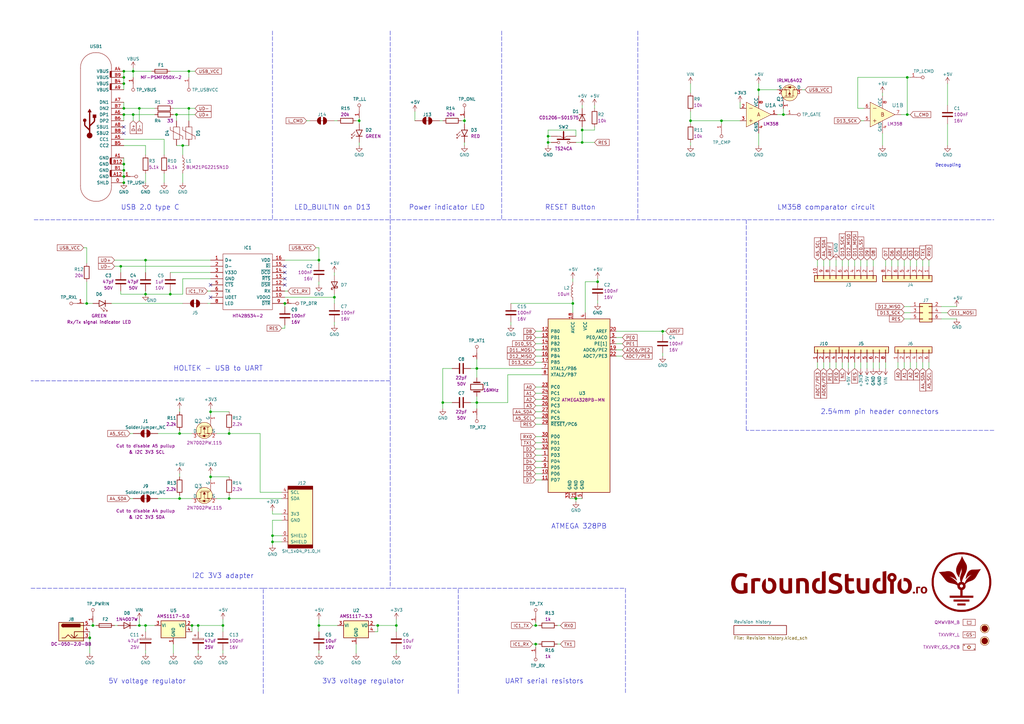
<source format=kicad_sch>
(kicad_sch (version 20211123) (generator eeschema)
  (paper "A3")
  (title_block (title "JADE UNO+") (date "2022-09-13") (rev "1.0.0") (company "GroundStudio.ro") (comment 1 "Schematic: Victor Nicula"))
  (lib_symbols
    (symbol "GS_Global6:+3V3" (power) (pin_names (offset 0))
      (property "Value" "+3V3" (at 0 3.556 0))
      (symbol "+3V3_1_1"
        (pin power_in line (at 0 0 90) (length 0) hide (name "+3V3") (number "1"))
      )
    )
    (symbol "GS_Global6:+5V" (power) (pin_names (offset 0))
      (property "Value" "+5V" (at 0 3.556 0))
      (symbol "+5V_1_1"
        (pin power_in line (at 0 0 90) (length 0) hide (name "+5V") (number "1"))
      )
    )
    (symbol "GS_Global6:ATmega328PB-MUR" (pin_names (offset 1.016))
      (property "Reference" "U" (at 0.4826 1.0414 0))
      (property "MPN" "ATMEGA328PB-MN" (at 0.4826 1.0414 0))
      (symbol "ATmega328PB-MUR_1_1"
        (pin bidirectional line (at 15.24 -20.32 180) (length 2.54) (name "PD3") (number "1"))
        (pin bidirectional line (at 15.24 -27.94 180) (length 2.54) (name "PD6") (number "10"))
        (pin bidirectional line (at 15.24 -30.48 180) (length 2.54) (name "PD7") (number "11"))
        (pin bidirectional line (at 15.24 30.48 180) (length 2.54) (name "PB0") (number "12"))
        (pin bidirectional line (at 15.24 27.94 180) (length 2.54) (name "PB1") (number "13"))
        (pin bidirectional line (at 15.24 25.4 180) (length 2.54) (name "PB2") (number "14"))
        (pin bidirectional line (at 15.24 22.86 180) (length 2.54) (name "PB3") (number "15"))
        (pin bidirectional line (at 15.24 20.32 180) (length 2.54) (name "PB4") (number "16"))
        (pin bidirectional line (at 15.24 17.78 180) (length 2.54) (name "PB5") (number "17"))
        (pin power_in line (at 2.54 38.1 270) (length 2.54) (name "AVCC") (number "18"))
        (pin input line (at -15.24 22.86 0) (length 2.54) (name "ADC6/PE2") (number "19"))
        (pin bidirectional line (at 15.24 -22.86 180) (length 2.54) (name "PD4") (number "2"))
        (pin passive line (at -15.24 30.48 0) (length 2.54) (name "AREF") (number "20"))
        (pin power_in line (at 1.27 -38.1 90) (length 2.54) (name "GND") (number "21"))
        (pin input line (at -15.24 20.32 0) (length 2.54) (name "ADC7/PE3") (number "22"))
        (pin bidirectional line (at 15.24 7.62 180) (length 2.54) (name "PC0") (number "23"))
        (pin bidirectional line (at 15.24 5.08 180) (length 2.54) (name "PC1") (number "24"))
        (pin bidirectional line (at 15.24 2.54 180) (length 2.54) (name "PC2") (number "25"))
        (pin bidirectional line (at 15.24 0 180) (length 2.54) (name "PC3") (number "26"))
        (pin bidirectional line (at 15.24 -2.54 180) (length 2.54) (name "PC4") (number "27"))
        (pin bidirectional line (at 15.24 -5.08 180) (length 2.54) (name "PC5") (number "28"))
        (pin bidirectional line (at 15.24 -7.62 180) (length 2.54) (name "~{RESET}/PC6") (number "29"))
        (pin power_in line (at -15.24 27.94 0) (length 2.54) (name "PE0/ACO") (number "3"))
        (pin bidirectional line (at 15.24 -12.7 180) (length 2.54) (name "PD0") (number "30"))
        (pin bidirectional line (at 15.24 -15.24 180) (length 2.54) (name "PD1") (number "31"))
        (pin bidirectional line (at 15.24 -17.78 180) (length 2.54) (name "PD2") (number "32"))
        (pin power_in line (at 3.81 -38.1 90) (length 2.54) (name "GND") (number "33"))
        (pin power_in line (at -2.54 38.1 270) (length 2.54) (name "VCC") (number "4"))
        (pin passive line (at -1.27 -38.1 90) (length 2.54) (name "GND") (number "5"))
        (pin power_in line (at -15.24 25.4 0) (length 2.54) (name "PE[1]") (number "6"))
        (pin bidirectional line (at 15.24 15.24 180) (length 2.54) (name "XTAL1/PB6") (number "7"))
        (pin bidirectional line (at 15.24 12.7 180) (length 2.54) (name "XTAL2/PB7") (number "8"))
        (pin bidirectional line (at 15.24 -25.4 180) (length 2.54) (name "PD5") (number "9"))
      )
    )
    (symbol "GS_Global6:Bag_120x80mm_ZIP" (pin_names (offset 1.016))
      (property "Value" "Bag_120x80mm_ZIP" (at 0 5.08 0))
    )
    (symbol "GS_Global6:C" (pin_numbers hide) (pin_names (offset 0.254))
      (property "Reference" "C" (at 0.635 2.54 0))
      (property "Value" "C" (at 0.635 -2.54 0))
      (symbol "C_1_1"
        (pin passive line (at 0 3.81 270) (length 2.794) (name "~") (number "1"))
        (pin passive line (at 0 -3.81 90) (length 2.794) (name "~") (number "2"))
      )
    )
    (symbol "GS_Global6:CP" (pin_numbers hide) (pin_names (offset 0.254))
      (property "Reference" "C" (at 0.635 2.54 0))
      (property "Value" "CP" (at 0.635 -2.54 0))
      (symbol "CP_1_1"
        (pin passive line (at 0 3.81 270) (length 2.794) (name "~") (number "1"))
        (pin passive line (at 0 -3.81 90) (length 2.794) (name "~") (number "2"))
      )
    )
    (symbol "GS_Global6:Conn_01x04" (pin_names (offset 1.016) hide)
      (property "Reference" "J" (at 0 5.08 0))
      (property "Value" "Conn_01x04" (at 0 -7.62 0))
      (symbol "Conn_01x04_1_1"
        (pin passive line (at -5.08 2.54 0) (length 3.81) (name "Pin_1") (number "1"))
        (pin passive line (at -5.08 0 0) (length 3.81) (name "Pin_2") (number "2"))
        (pin passive line (at -5.08 -2.54 0) (length 3.81) (name "Pin_3") (number "3"))
        (pin passive line (at -5.08 -5.08 0) (length 3.81) (name "Pin_4") (number "4"))
      )
    )
    (symbol "GS_Global6:Conn_01x06" (pin_names (offset 1.016) hide)
      (property "Reference" "J" (at 0 7.62 0))
      (property "Value" "Conn_01x06" (at 0 -10.16 0))
      (symbol "Conn_01x06_1_1"
        (pin passive line (at -5.08 5.08 0) (length 3.81) (name "Pin_1") (number "1"))
        (pin passive line (at -5.08 2.54 0) (length 3.81) (name "Pin_2") (number "2"))
        (pin passive line (at -5.08 0 0) (length 3.81) (name "Pin_3") (number "3"))
        (pin passive line (at -5.08 -2.54 0) (length 3.81) (name "Pin_4") (number "4"))
        (pin passive line (at -5.08 -5.08 0) (length 3.81) (name "Pin_5") (number "5"))
        (pin passive line (at -5.08 -7.62 0) (length 3.81) (name "Pin_6") (number "6"))
      )
    )
    (symbol "GS_Global6:Conn_01x08" (pin_names (offset 1.016) hide)
      (property "Reference" "J" (at 0 10.16 0))
      (property "Value" "Conn_01x08" (at 0 -12.7 0))
      (symbol "Conn_01x08_1_1"
        (pin passive line (at -5.08 7.62 0) (length 3.81) (name "Pin_1") (number "1"))
        (pin passive line (at -5.08 5.08 0) (length 3.81) (name "Pin_2") (number "2"))
        (pin passive line (at -5.08 2.54 0) (length 3.81) (name "Pin_3") (number "3"))
        (pin passive line (at -5.08 0 0) (length 3.81) (name "Pin_4") (number "4"))
        (pin passive line (at -5.08 -2.54 0) (length 3.81) (name "Pin_5") (number "5"))
        (pin passive line (at -5.08 -5.08 0) (length 3.81) (name "Pin_6") (number "6"))
        (pin passive line (at -5.08 -7.62 0) (length 3.81) (name "Pin_7") (number "7"))
        (pin passive line (at -5.08 -10.16 0) (length 3.81) (name "Pin_8") (number "8"))
      )
    )
    (symbol "GS_Global6:Conn_01x10" (pin_names (offset 1.016) hide)
      (property "Reference" "J" (at 0 12.7 0))
      (symbol "Conn_01x10_1_1"
        (pin passive line (at -5.08 10.16 0) (length 3.81) (name "Pin_1") (number "1"))
        (pin passive line (at -5.08 -12.7 0) (length 3.81) (name "Pin_10") (number "10"))
        (pin passive line (at -5.08 7.62 0) (length 3.81) (name "Pin_2") (number "2"))
        (pin passive line (at -5.08 5.08 0) (length 3.81) (name "Pin_3") (number "3"))
        (pin passive line (at -5.08 2.54 0) (length 3.81) (name "Pin_4") (number "4"))
        (pin passive line (at -5.08 0 0) (length 3.81) (name "Pin_5") (number "5"))
        (pin passive line (at -5.08 -2.54 0) (length 3.81) (name "Pin_6") (number "6"))
        (pin passive line (at -5.08 -5.08 0) (length 3.81) (name "Pin_7") (number "7"))
        (pin passive line (at -5.08 -7.62 0) (length 3.81) (name "Pin_8") (number "8"))
        (pin passive line (at -5.08 -10.16 0) (length 3.81) (name "Pin_9") (number "9"))
      )
    )
    (symbol "GS_Global6:Conn_02x03_Odd_Even" (pin_names (offset 1.016) hide)
      (property "Reference" "J" (at 0 5.08 0))
      (property "Value" "Conn_02x03_Odd_Even" (at 1.27 -5.08 0))
      (symbol "Conn_02x03_Odd_Even_1_1"
        (pin passive line (at -6.35 2.54 0) (length 3.81) (name "Pin_1") (number "1"))
        (pin passive line (at 6.35 2.54 180) (length 3.81) (name "Pin_2") (number "2"))
        (pin passive line (at -6.35 0 0) (length 3.81) (name "Pin_3") (number "3"))
        (pin passive line (at 6.35 0 180) (length 3.81) (name "Pin_4") (number "4"))
        (pin passive line (at -6.35 -2.54 0) (length 3.81) (name "Pin_5") (number "5"))
        (pin passive line (at 6.35 -2.54 180) (length 3.81) (name "Pin_6") (number "6"))
      )
    )
    (symbol "GS_Global6:D" (pin_numbers hide) (pin_names (offset 1.016) hide)
      (property "Reference" "D" (at 0 2.54 0))
      (property "Value" "D" (at 0 -2.54 0))
      (symbol "D_1_1"
        (pin passive line (at -3.81 0 0) (length 2.54) (name "K") (number "1"))
        (pin passive line (at 3.81 0 180) (length 2.54) (name "A") (number "2"))
      )
    )
    (symbol "GS_Global6:DC-005-5.5-Barr_Jck_SMD" (pin_names (offset 1.016))
      (property "Reference" "J" (at 0 5.334 0))
      (property "MPN" "DC-050-2.0-BB" (at -3.81 7.62 0))
      (symbol "DC-005-5.5-Barr_Jck_SMD_1_1"
        (pin passive line (at 7.62 -2.54 180) (length 2.54) (name "~") (number "3"))
        (pin passive line (at 7.62 0 180) (length 2.54) (name "~") (number "4"))
        (pin passive line (at 7.62 2.54 180) (length 2.54) (name "~") (number "5"))
      )
    )
    (symbol "GS_Global6:D_Schottky" (pin_numbers hide) (pin_names (offset 1.016) hide)
      (property "Reference" "D" (at 0 2.54 0))
      (property "Value" "D_Schottky" (at 0 -2.54 0))
      (symbol "D_Schottky_1_1"
        (pin passive line (at -3.81 0 0) (length 2.54) (name "K") (number "1"))
        (pin passive line (at 3.81 0 180) (length 2.54) (name "A") (number "2"))
      )
    )
    (symbol "GS_Global6:ESD-Suppressor" (pin_numbers hide) (pin_names (offset 0) hide)
      (property "Reference" "ESD" (at 2.54 -2.54 0))
      (symbol "ESD-Suppressor_1_1"
        (pin passive line (at -5.08 0 0) (length 2.54) (name "~") (number "1"))
        (pin passive line (at 5.08 0 180) (length 2.54) (name "~") (number "2"))
      )
    )
    (symbol "GS_Global6:Fiducial" (pin_numbers hide) (pin_names (offset 0) hide)
      (property "Value" "Fiducial" (at 0 2.54 0))
    )
    (symbol "GS_Global6:Fuse" (pin_numbers hide) (pin_names (offset 0))
      (property "Reference" "F" (at 2.032 0 90))
      (property "Value" "Fuse" (at -1.905 0 90))
      (symbol "Fuse_1_1"
        (pin passive line (at 0 3.81 270) (length 1.27) (name "~") (number "1"))
        (pin passive line (at 0 -3.81 90) (length 1.27) (name "~") (number "2"))
      )
    )
    (symbol "GS_Global6:GND" (power) (pin_names (offset 0))
      (property "Value" "GND" (at 0 -3.81 0))
      (symbol "GND_1_1"
        (pin power_in line (at 0 0 270) (length 0) hide (name "GND") (number "1"))
      )
    )
    (symbol "GS_Global6:HC49-SMD_5M0-1600A2020" (pin_numbers hide) (pin_names (offset 1.016) hide)
      (property "Reference" "Y" (at 0 3.81 0))
      (property "MPN" "5M0-1600A2020-01" (at 0 -7.62 0))
      (property "Frequency" "16MHz" (at 0 0 0))
      (symbol "HC49-SMD_5M0-1600A2020_1_1"
        (pin passive line (at -3.81 0 0) (length 1.27) (name "1") (number "1"))
        (pin passive line (at 3.81 0 180) (length 1.27) (name "2") (number "2"))
      )
    )
    (symbol "GS_Global6:HT42B534-2" (pin_names (offset 0.762))
      (property "Reference" "IC" (at 26.67 7.62 0))
      (property "Value" "HT42B534-2" (at 26.67 5.08 0))
      (property "MPN" "HT42B534-2" (at 0 0 0))
      (symbol "HT42B534-2_0_0"
        (pin passive line (at 0 0 0) (length 5.08) (name "D+") (number "1"))
        (pin passive line (at 30.48 -15.24 180) (length 5.08) (name "VDDIO") (number "10"))
        (pin passive line (at 30.48 -12.7 180) (length 5.08) (name "RX") (number "11"))
        (pin passive line (at 30.48 -10.16 180) (length 5.08) (name "~{DSR}") (number "12"))
        (pin passive line (at 30.48 -7.62 180) (length 5.08) (name "~{RTS}") (number "13"))
        (pin passive line (at 30.48 -5.08 180) (length 5.08) (name "~{DCD}") (number "14"))
        (pin passive line (at 30.48 -2.54 180) (length 5.08) (name "~{RI}") (number "15"))
        (pin passive line (at 30.48 0 180) (length 5.08) (name "VDD") (number "16"))
        (pin passive line (at 0 -2.54 0) (length 5.08) (name "D-") (number "2"))
        (pin passive line (at 0 -5.08 0) (length 5.08) (name "V33O") (number "3"))
        (pin passive line (at 0 -7.62 0) (length 5.08) (name "GND") (number "4"))
        (pin passive line (at 0 -10.16 0) (length 5.08) (name "~{CTS}") (number "5"))
        (pin passive line (at 0 -12.7 0) (length 5.08) (name "TX") (number "6"))
        (pin passive line (at 0 -15.24 0) (length 5.08) (name "UDET") (number "7"))
        (pin passive line (at 0 -17.78 0) (length 5.08) (name "LED") (number "8"))
        (pin passive line (at 30.48 -17.78 180) (length 5.08) (name "~{DTR}") (number "9"))
      )
    )
    (symbol "GS_Global6:L" (pin_numbers hide) (pin_names (offset 1.016) hide)
      (property "Reference" "L" (at -1.27 0 90))
      (symbol "L_1_1"
        (pin passive line (at 0 3.81 270) (length 1.27) (name "1") (number "1"))
        (pin passive line (at 0 -3.81 90) (length 1.27) (name "2") (number "2"))
      )
    )
    (symbol "GS_Global6:LED" (pin_numbers hide) (pin_names (offset 1.016) hide)
      (property "Reference" "LED" (at 0.508 1.778 0))
      (symbol "LED_1_1"
        (pin output line (at -5.08 0 0) (length 2.54) (name "K") (number "1"))
        (pin input line (at 2.54 0 180) (length 2.54) (name "A") (number "2"))
      )
    )
    (symbol "GS_Global6:Label_TXVVRY_L"
      (symbol "Label_TXVVRY_L_0_0"
        (text "GS" (at 0 0 0) (effects (font (size 1.27 1.27))))
      )
    )
    (symbol "GS_Global6:PCB" (pin_names (offset 1.016)))
    (symbol "GS_Global6:R" (pin_numbers hide) (pin_names (offset 0))
      (property "Reference" "R" (at 2.032 0 90))
      (property "Value" "R" (at 0 0 90))
      (symbol "R_1_1"
        (pin passive line (at 0 3.81 270) (length 1.27) (name "~") (number "1"))
        (pin passive line (at 0 -3.81 90) (length 1.27) (name "~") (number "2"))
      )
    )
    (symbol "GS_Global6:SH_1x04_P1.0_H" (pin_names (offset 1.016))
      (property "Reference" "J" (at 1.27 13.97 0))
      (symbol "SH_1x04_P1.0_H_1_1"
        (pin power_out line (at -7.62 -10.16 0) (length 2.54) (name "SHIELD") (number "0"))
        (pin power_out line (at -7.62 -7.62 0) (length 2.54) (name "SHIELD") (number "0"))
        (pin power_out line (at -7.62 -1.27 0) (length 2.54) (name "GND") (number "1"))
        (pin power_in line (at -7.62 1.27 0) (length 2.54) (name "3V3") (number "2"))
        (pin bidirectional line (at -7.62 7.62 0) (length 2.54) (name "SDA") (number "3"))
        (pin bidirectional line (at -7.62 10.16 0) (length 2.54) (name "SCL") (number "4"))
      )
    )
    (symbol "GS_Global6:SOP-8_3.9x4.9_P1.27_LM358" (pin_names (offset 0))
      (property "Reference" "U" (at -5.08 7.62 0))
      (property "Value" "SOP-8_3.9x4.9_P1.27_LM358" (at 2.54 -5.08 0))
      (symbol "SOP-8_3.9x4.9_P1.27_LM358_1_0"
        (text "A" (at 0 0 0) (effects (font (size 1.524 1.524))))
      )
      (symbol "SOP-8_3.9x4.9_P1.27_LM358_1_1"
        (pin output line (at 7.62 0 180) (length 2.54) (name "~") (number "1"))
        (pin input line (at -7.62 2.54 0) (length 2.54) (name "~") (number "2"))
        (pin input line (at -7.62 -2.54 0) (length 2.54) (name "~") (number "3"))
        (pin power_in line (at 0 -7.62 90) (length 5.08) (name "GND") (number "4"))
        (pin power_in line (at 0 7.62 270) (length 5.08) (name "VCC") (number "8"))
      )
      (symbol "SOP-8_3.9x4.9_P1.27_LM358_2_0"
        (text "B" (at 0 0 0) (effects (font (size 1.524 1.524))))
      )
      (symbol "SOP-8_3.9x4.9_P1.27_LM358_2_1"
        (pin power_in line (at 0 -5.08 90) (length 2.54) (name "GND") (number "4"))
        (pin input line (at -7.62 -2.54 0) (length 2.54) (name "~") (number "5"))
        (pin input line (at -7.62 2.54 0) (length 2.54) (name "~") (number "6"))
        (pin output line (at 7.62 0 180) (length 2.54) (name "~") (number "7"))
        (pin power_in line (at 0 5.08 270) (length 2.54) (name "VCC") (number "8"))
      )
    )
    (symbol "GS_Global6:SOT-223_AMS1117-3.3" (pin_names (offset 0.254))
      (property "Reference" "U" (at -3.81 3.175 0))
      (property "MPN" "AMS1117-3.3" (at 0 0 0))
      (symbol "SOT-223_AMS1117-3.3_1_1"
        (pin input line (at 0 -7.62 90) (length 2.54) (name "GND") (number "1"))
        (pin power_out line (at 7.62 0 180) (length 2.54) (name "VO") (number "2"))
        (pin power_in line (at -7.62 0 0) (length 2.54) (name "VI") (number "3"))
        (pin power_out line (at 7.62 -2.54 180) (length 2.54) (name "~") (number "4"))
      )
    )
    (symbol "GS_Global6:SOT-223_AMS1117-5.0" (pin_names (offset 0.254))
      (property "Reference" "U" (at -3.81 3.175 0))
      (property "MPN" "AMS1117-3.3" (at 0 0 0))
      (symbol "SOT-223_AMS1117-5.0_1_1"
        (pin power_in line (at 0 -7.62 90) (length 2.54) (name "GND") (number "1"))
        (pin power_out line (at 7.62 0 180) (length 2.54) (name "VO") (number "2"))
        (pin power_in line (at -7.62 0 0) (length 2.54) (name "VI") (number "3"))
        (pin power_out line (at 7.62 -2.54 180) (length 2.54) (name "~") (number "4"))
      )
    )
    (symbol "GS_Global6:SOT-23_IRLML6402" (pin_names (offset 0))
      (property "Reference" "Q" (at -2.6924 3.6322 0))
      (property "MPN" "IRLML6402" (at 0 0 0))
      (symbol "SOT-23_IRLML6402_1_1"
        (pin bidirectional line (at -7.62 -2.54 0) (length 2.54) (name "G") (number "1"))
        (pin bidirectional line (at 0 -5.08 90) (length 2.54) (name "S") (number "2"))
        (pin bidirectional line (at 0 5.08 270) (length 2.54) (name "D") (number "3"))
      )
    )
    (symbol "GS_Global6:SOT-323 2N7002PW" (pin_names (offset 0))
      (property "Reference" "Q" (at -2.6924 3.6322 0))
      (property "MPN" "2N7002PW,115" (at 0 0 0))
      (symbol "SOT-323 2N7002PW_1_1"
        (pin bidirectional line (at -7.62 -2.54 0) (length 2.54) (name "G") (number "1"))
        (pin bidirectional line (at 0 -5.08 90) (length 2.54) (name "S") (number "2"))
        (pin bidirectional line (at 0 5.08 270) (length 2.54) (name "D") (number "3"))
      )
    )
    (symbol "GS_Global6:SolderJumper_NC" (pin_numbers hide) (pin_names (offset 0) hide)
      (property "Reference" "J" (at 0 10.16 0))
      (property "Value" "SolderJumper_NC" (at 3.81 0 90))
      (symbol "SolderJumper_NC_1_1"
        (pin passive line (at 0 5.08 270) (length 2.9972) (name "1") (number "1"))
        (pin passive line (at 0 -5.08 90) (length 2.9972) (name "2") (number "2"))
      )
    )
    (symbol "GS_Global6:TS24CA" (pin_numbers hide) (pin_names (offset 1.016) hide)
      (property "Reference" "SW" (at 1.27 2.54 0))
      (property "MPN" "TS24CA" (at -0.2794 7.0104 0))
      (symbol "TS24CA_0_1"
        (pin passive line (at -5.08 -2.54 0) (length 2.54) (name "3") (number "3"))
        (pin passive line (at 5.08 -2.54 180) (length 2.54) (name "4") (number "4"))
      )
      (symbol "TS24CA_1_1"
        (pin passive line (at -5.08 0 0) (length 2.54) (name "1") (number "1"))
        (pin passive line (at 5.08 0 180) (length 2.54) (name "2") (number "2"))
      )
    )
    (symbol "GS_Global6:TestPoint" (pin_names (offset 1.016))
      (property "Value" "TestPoint" (at 0 2.54 0))
      (symbol "TestPoint_1_1"
        (pin passive line (at 0 -5.08 90) (length 2.54) (name "") (number "1"))
      )
    )
    (symbol "GS_Global6:USB_C_FULL" (pin_names (offset 1.016))
      (property "Reference" "USB1" (at 0 34.29 0))
      (symbol "USB_C_FULL_1_1"
        (pin power_out line (at 11.43 -21.59 180) (length 5.08) (name "SHLD") (number "0"))
        (pin power_out line (at 11.43 -11.43 180) (length 5.08) (name "GND") (number "A1"))
        (pin power_out line (at 11.43 -19.05 180) (length 5.08) (name "GND") (number "A12"))
        (pin power_in line (at 11.43 24.13 180) (length 5.08) (name "VBUS") (number "A4"))
        (pin input line (at 11.43 -3.81 180) (length 5.08) (name "CC1") (number "A5"))
        (pin bidirectional line (at 11.43 6.35 180) (length 5.08) (name "DP1") (number "A6"))
        (pin bidirectional line (at 11.43 11.43 180) (length 5.08) (name "DN1") (number "A7"))
        (pin bidirectional line (at 11.43 1.27 180) (length 5.08) (name "SBU1") (number "A8"))
        (pin power_in line (at 11.43 16.51 180) (length 5.08) (name "VBUS") (number "A9"))
        (pin power_out line (at 11.43 -16.51 180) (length 5.08) (name "GND") (number "B1"))
        (pin power_out line (at 11.43 -13.97 180) (length 5.08) (name "GND") (number "B12"))
        (pin power_in line (at 11.43 19.05 180) (length 5.08) (name "VBUS") (number "B4"))
        (pin input line (at 11.43 -6.35 180) (length 5.08) (name "CC2") (number "B5"))
        (pin bidirectional line (at 11.43 3.81 180) (length 5.08) (name "DP2") (number "B6"))
        (pin bidirectional line (at 11.43 8.89 180) (length 5.08) (name "DN2") (number "B7"))
        (pin bidirectional line (at 11.43 -1.27 180) (length 5.08) (name "SBU2") (number "B8"))
        (pin power_in line (at 11.43 21.59 180) (length 5.08) (name "VBUS") (number "B9"))
      )
    )
    (symbol "GS_Global6:VBUS" (power) (pin_names (offset 0))
      (property "Value" "VBUS" (at 0 3.81 0))
      (symbol "VBUS_1_1"
        (pin power_in line (at 0 0 90) (length 0) hide (name "VBUS") (number "1"))
      )
    )
    (symbol "GS_Global6:VIN" (power) (pin_names (offset 0))
      (property "Value" "VIN" (at 0 3.81 0))
      (symbol "VIN_1_1"
        (pin power_in line (at 0 0 90) (length 0) hide (name "VIN") (number "1"))
      )
    )
    (symbol "GS_Local:IRLML6402" (pin_names (offset 0))
      (property "Reference" "Q" (at -2.6924 3.6322 0))
      (property "Value" "IRLML6402" (at 3.4544 0 90))
      (symbol "IRLML6402_1_1"
        (pin bidirectional line (at -7.62 -2.54 0) (length 2.54) (name "G") (number "1"))
        (pin bidirectional line (at 0 -5.08 90) (length 2.54) (name "S") (number "2"))
        (pin bidirectional line (at 0 5.08 270) (length 2.54) (name "D") (number "3"))
      )
    )
    (symbol "GS_Local:LM358" (pin_names (offset 0))
      (property "Reference" "U" (at -5.08 7.62 0))
      (property "Value" "LM358" (at 2.54 -5.08 0))
      (symbol "LM358_1_0"
        (text "A" (at 0 0 0) (effects (font (size 1.524 1.524))))
      )
      (symbol "LM358_1_1"
        (pin output line (at 7.62 0 180) (length 2.54) (name "~") (number "1"))
        (pin input line (at -7.62 2.54 0) (length 2.54) (name "~") (number "2"))
        (pin input line (at -7.62 -2.54 0) (length 2.54) (name "~") (number "3"))
        (pin power_in line (at 0 -5.08 90) (length 2.54) (name "GND") (number "4"))
        (pin power_in line (at 0 5.08 270) (length 2.54) (name "VCC") (number "8"))
      )
      (symbol "LM358_2_0"
        (text "B" (at 0 0 0) (effects (font (size 1.524 1.524))))
      )
      (symbol "LM358_2_1"
        (pin power_in line (at 0 -5.08 90) (length 2.54) (name "GND") (number "4"))
        (pin input line (at -7.62 -2.54 0) (length 2.54) (name "~") (number "5"))
        (pin input line (at -7.62 2.54 0) (length 2.54) (name "~") (number "6"))
        (pin output line (at 7.62 0 180) (length 2.54) (name "~") (number "7"))
        (pin power_in line (at 0 5.08 270) (length 2.54) (name "VCC") (number "8"))
      )
    )
    (symbol "GS_logo_mai_mic:LOGO" (pin_names (offset 1.016)))
    (symbol "SOP-8_3.9x4.9_P1.27_LM358_1" (pin_names (offset 0))
      (property "Reference" "U" (at -5.08 7.62 0))
      (property "Value" "SOP-8_3.9x4.9_P1.27_LM358_1" (at 2.54 -5.08 0))
      (symbol "SOP-8_3.9x4.9_P1.27_LM358_1_1_0"
        (text "A" (at 0 0 0) (effects (font (size 1.524 1.524))))
      )
      (symbol "SOP-8_3.9x4.9_P1.27_LM358_1_1_1"
        (pin output line (at 7.62 0 180) (length 2.54) (name "~") (number "1"))
        (pin input line (at -7.62 2.54 0) (length 2.54) (name "~") (number "2"))
        (pin input line (at -7.62 -2.54 0) (length 2.54) (name "~") (number "3"))
        (pin power_in line (at 0 -7.62 90) (length 5.08) (name "GND") (number "4"))
        (pin power_in line (at 0 7.62 270) (length 5.08) (name "VCC") (number "8"))
      )
      (symbol "SOP-8_3.9x4.9_P1.27_LM358_1_2_0"
        (text "B" (at 0 0 0) (effects (font (size 1.524 1.524))))
      )
      (symbol "SOP-8_3.9x4.9_P1.27_LM358_1_2_1"
        (pin power_in line (at 0 -7.62 90) (length 5.08) (name "GND") (number "4"))
        (pin input line (at -7.62 -2.54 0) (length 2.54) (name "~") (number "5"))
        (pin input line (at -7.62 2.54 0) (length 2.54) (name "~") (number "6"))
        (pin output line (at 7.62 0 180) (length 2.54) (name "~") (number "7"))
        (pin power_in line (at 0 7.62 270) (length 5.08) (name "VCC") (number "8"))
      )
    )
    (symbol "TestPoint_1" (pin_names (offset 1.016))
      (property "Value" "TestPoint_1" (at 0 2.54 0))
      (symbol "TestPoint_1_1_1"
        (pin passive line (at 0 -5.08 90) (length 2.54) (name "") (number "1"))
      )
    )
    (symbol "TestPoint_10" (pin_names (offset 1.016))
      (property "Value" "TestPoint_10" (at 0 2.54 0))
      (symbol "TestPoint_10_1_1"
        (pin passive line (at 0 -5.08 90) (length 2.54) (name "") (number "1"))
      )
    )
    (symbol "TestPoint_11" (pin_names (offset 1.016))
      (property "Value" "TestPoint_11" (at 0 2.54 0))
      (symbol "TestPoint_11_1_1"
        (pin passive line (at 0 -5.08 90) (length 2.54) (name "") (number "1"))
      )
    )
    (symbol "TestPoint_12" (pin_names (offset 1.016))
      (property "Value" "TestPoint_12" (at 0 2.54 0))
      (symbol "TestPoint_12_1_1"
        (pin passive line (at 0 -5.08 90) (length 2.54) (name "") (number "1"))
      )
    )
    (symbol "TestPoint_13" (pin_names (offset 1.016))
      (property "Value" "TestPoint_13" (at 0 2.54 0))
      (symbol "TestPoint_13_1_1"
        (pin passive line (at 0 -5.08 90) (length 2.54) (name "") (number "1"))
      )
    )
    (symbol "TestPoint_2" (pin_names (offset 1.016))
      (property "Value" "TestPoint_2" (at 0 2.54 0))
      (symbol "TestPoint_2_1_1"
        (pin passive line (at 0 -5.08 90) (length 2.54) (name "") (number "1"))
      )
    )
    (symbol "TestPoint_3" (pin_names (offset 1.016))
      (property "Value" "TestPoint_3" (at 0 2.54 0))
      (symbol "TestPoint_3_1_1"
        (pin passive line (at 0 -5.08 90) (length 2.54) (name "") (number "1"))
      )
    )
    (symbol "TestPoint_4" (pin_names (offset 1.016))
      (property "Value" "TestPoint_4" (at 0 2.54 0))
      (symbol "TestPoint_4_1_1"
        (pin passive line (at 0 -5.08 90) (length 2.54) (name "") (number "1"))
      )
    )
    (symbol "TestPoint_5" (pin_names (offset 1.016))
      (property "Value" "TestPoint_5" (at 0 2.54 0))
      (symbol "TestPoint_5_1_1"
        (pin passive line (at 0 -5.08 90) (length 2.54) (name "") (number "1"))
      )
    )
    (symbol "TestPoint_6" (pin_names (offset 1.016))
      (property "Value" "TestPoint_6" (at 0 2.54 0))
      (symbol "TestPoint_6_1_1"
        (pin passive line (at 0 -5.08 90) (length 2.54) (name "") (number "1"))
      )
    )
    (symbol "TestPoint_7" (pin_names (offset 1.016))
      (property "Value" "TestPoint_7" (at 0 2.54 0))
      (symbol "TestPoint_7_1_1"
        (pin passive line (at 0 -5.08 90) (length 2.54) (name "") (number "1"))
      )
    )
    (symbol "TestPoint_8" (pin_names (offset 1.016))
      (property "Value" "TestPoint_8" (at 0 2.54 0))
      (symbol "TestPoint_8_1_1"
        (pin passive line (at 0 -5.08 90) (length 2.54) (name "") (number "1"))
      )
    )
    (symbol "TestPoint_9" (pin_names (offset 1.016))
      (property "Value" "TestPoint_9" (at 0 2.54 0))
      (symbol "TestPoint_9_1_1"
        (pin passive line (at 0 -5.08 90) (length 2.54) (name "") (number "1"))
      )
    )
  )
  (junction (at 49.53 109.22))
  (junction (at 238.76 58.42))
  (junction (at 147.32 49.53))
  (junction (at 50.8 67.31))
  (junction (at 74.93 59.69))
  (junction (at 162.56 256.54))
  (junction (at 50.8 29.21))
  (junction (at 73.66 177.8))
  (junction (at 116.84 124.46))
  (junction (at 111.76 222.25))
  (junction (at 219.71 256.54))
  (junction (at 50.8 46.99))
  (junction (at 91.44 256.54))
  (junction (at 81.28 256.54))
  (junction (at 36.83 261.62))
  (junction (at 111.76 219.71))
  (junction (at 77.47 44.45))
  (junction (at 283.21 49.53))
  (junction (at 57.15 44.45))
  (junction (at 50.8 31.75))
  (junction (at 195.58 151.13))
  (junction (at 38.1 256.54))
  (junction (at 311.15 36.83))
  (junction (at 321.31 46.99))
  (junction (at 181.61 165.1))
  (junction (at 72.39 46.99))
  (junction (at 59.69 256.54))
  (junction (at 77.47 29.21))
  (junction (at 57.15 256.54))
  (junction (at 372.11 46.99))
  (junction (at 130.81 256.54))
  (junction (at 236.22 204.47))
  (junction (at 73.66 204.47))
  (junction (at 219.71 264.16))
  (junction (at 93.98 177.8))
  (junction (at 69.85 120.65))
  (junction (at 50.8 34.29))
  (junction (at 224.79 58.42))
  (junction (at 154.94 256.54))
  (junction (at 54.61 46.99))
  (junction (at 195.58 165.1))
  (junction (at 295.91 49.53))
  (junction (at 271.78 135.89))
  (junction (at 372.11 31.75))
  (junction (at 86.36 195.58))
  (junction (at 54.61 29.21))
  (junction (at 130.81 106.68))
  (junction (at 238.76 53.34))
  (junction (at 190.5 49.53))
  (junction (at 59.69 120.65))
  (junction (at 78.74 256.54))
  (junction (at 50.8 72.39))
  (junction (at 50.8 69.85))
  (junction (at 50.8 44.45))
  (junction (at 137.16 121.92))
  (junction (at 59.69 106.68))
  (junction (at 35.56 124.46))
  (junction (at 234.95 124.46))
  (junction (at 93.98 204.47))
  (junction (at 245.11 115.57))
  (junction (at 86.36 168.91))
  (junction (at 224.79 55.88))
  (junction (at 50.8 74.93))
  (no_connect (at 116.84 109.22))
  (no_connect (at 116.84 116.84))
  (no_connect (at 86.36 116.84))
  (no_connect (at 116.84 114.3))
  (no_connect (at 50.8 54.61))
  (no_connect (at 50.8 52.07))
  (no_connect (at 116.84 111.76))
  (no_connect (at 86.36 121.92))
  (wire (pts (xy 162.56 256.54) (xy 162.56 259.08)))
  (polyline (pts (xy 12.7 241.3) (xy 107.95 241.3)))
  (wire (pts (xy 358.14 106.68) (xy 358.14 109.22)))
  (wire (pts (xy 190.5 59.69) (xy 190.5 58.42)))
  (wire (pts (xy 118.11 119.38) (xy 116.84 119.38)))
  (wire (pts (xy 162.56 254) (xy 162.56 256.54)))
  (wire (pts (xy 67.31 71.12) (xy 67.31 74.93)))
  (wire (pts (xy 355.6 106.68) (xy 355.6 109.22)))
  (wire (pts (xy 50.8 64.77) (xy 50.8 67.31)))
  (wire (pts (xy 370.84 128.27) (xy 373.38 128.27)))
  (polyline (pts (xy 407.67 176.53) (xy 306.07 176.53)))
  (wire (pts (xy 86.36 168.91) (xy 93.98 168.91)))
  (wire (pts (xy 147.32 59.69) (xy 147.32 58.42)))
  (wire (pts (xy 220.98 264.16) (xy 219.71 264.16)))
  (wire (pts (xy 69.85 111.76) (xy 86.36 111.76)))
  (wire (pts (xy 59.69 111.76) (xy 59.69 106.68)))
  (wire (pts (xy 271.78 146.05) (xy 271.78 144.78)))
  (wire (pts (xy 388.62 59.69) (xy 388.62 50.8)))
  (wire (pts (xy 115.57 134.62) (xy 116.84 134.62)))
  (wire (pts (xy 220.98 256.54) (xy 219.71 256.54)))
  (wire (pts (xy 116.84 134.62) (xy 116.84 133.35)))
  (wire (pts (xy 111.76 219.71) (xy 111.76 222.25)))
  (wire (pts (xy 71.12 264.16) (xy 71.12 267.97)))
  (wire (pts (xy 54.61 29.21) (xy 62.23 29.21)))
  (wire (pts (xy 255.27 138.43) (xy 252.73 138.43)))
  (wire (pts (xy 130.81 254) (xy 130.81 256.54)))
  (wire (pts (xy 137.16 133.35) (xy 137.16 132.08)))
  (wire (pts (xy 130.81 107.95) (xy 130.81 106.68)))
  (polyline (pts (xy 160.02 156.21) (xy 12.7 156.21)) (stroke (width 0) (type dash)))
  (wire (pts (xy 59.69 106.68) (xy 86.36 106.68)))
  (wire (pts (xy 219.71 143.51) (xy 222.25 143.51)))
  (wire (pts (xy 255.27 146.05) (xy 252.73 146.05)))
  (wire (pts (xy 86.36 194.31) (xy 86.36 195.58)))
  (wire (pts (xy 342.9 106.68) (xy 342.9 109.22)))
  (polyline (pts (xy 306.07 90.17) (xy 306.07 176.53)))
  (wire (pts (xy 34.29 124.46) (xy 35.56 124.46)))
  (wire (pts (xy 236.22 53.34) (xy 224.79 53.34)))
  (wire (pts (xy 85.09 124.46) (xy 86.36 124.46)))
  (wire (pts (xy 50.8 46.99) (xy 50.8 49.53)))
  (wire (pts (xy 218.44 264.16) (xy 219.71 264.16)))
  (wire (pts (xy 130.81 256.54) (xy 130.81 259.08)))
  (wire (pts (xy 337.82 151.13) (xy 337.82 148.59)))
  (wire (pts (xy 195.58 165.1) (xy 195.58 167.64)))
  (wire (pts (xy 50.8 29.21) (xy 50.8 31.75)))
  (wire (pts (xy 234.95 123.19) (xy 234.95 124.46)))
  (wire (pts (xy 59.69 120.65) (xy 69.85 120.65)))
  (wire (pts (xy 116.84 125.73) (xy 116.84 124.46)))
  (wire (pts (xy 243.84 53.34) (xy 238.76 53.34)))
  (wire (pts (xy 219.71 146.05) (xy 222.25 146.05)))
  (wire (pts (xy 36.83 256.54) (xy 38.1 256.54)))
  (wire (pts (xy 67.31 57.15) (xy 67.31 63.5)))
  (wire (pts (xy 190.5 50.8) (xy 190.5 49.53)))
  (wire (pts (xy 388.62 128.27) (xy 386.08 128.27)))
  (wire (pts (xy 347.98 106.68) (xy 347.98 109.22)))
  (wire (pts (xy 154.94 256.54) (xy 154.94 259.08)))
  (wire (pts (xy 59.69 63.5) (xy 59.69 59.69)))
  (wire (pts (xy 36.83 261.62) (xy 36.83 267.97)))
  (wire (pts (xy 130.81 256.54) (xy 138.43 256.54)))
  (wire (pts (xy 219.71 265.43) (xy 219.71 264.16)))
  (wire (pts (xy 193.04 151.13) (xy 195.58 151.13)))
  (polyline (pts (xy 205.74 12.7) (xy 205.74 90.17)))
  (wire (pts (xy 370.84 106.68) (xy 370.84 109.22)))
  (wire (pts (xy 351.79 31.75) (xy 372.11 31.75)))
  (wire (pts (xy 340.36 151.13) (xy 340.36 148.59)))
  (wire (pts (xy 59.69 71.12) (xy 59.69 74.93)))
  (wire (pts (xy 81.28 256.54) (xy 81.28 259.08)))
  (wire (pts (xy 130.81 266.7) (xy 130.81 267.97)))
  (wire (pts (xy 78.74 204.47) (xy 73.66 204.47)))
  (wire (pts (xy 185.42 151.13) (xy 181.61 151.13)))
  (wire (pts (xy 370.84 151.13) (xy 370.84 148.59)))
  (wire (pts (xy 345.44 151.13) (xy 345.44 148.59)))
  (wire (pts (xy 35.56 115.57) (xy 35.56 124.46)))
  (wire (pts (xy 368.3 151.13) (xy 368.3 148.59)))
  (wire (pts (xy 318.77 46.99) (xy 321.31 46.99)))
  (wire (pts (xy 245.11 124.46) (xy 245.11 123.19)))
  (wire (pts (xy 49.53 109.22) (xy 86.36 109.22)))
  (wire (pts (xy 236.22 204.47) (xy 236.22 205.74)))
  (wire (pts (xy 255.27 143.51) (xy 252.73 143.51)))
  (wire (pts (xy 361.95 38.1) (xy 361.95 39.37)))
  (wire (pts (xy 59.69 59.69) (xy 50.8 59.69)))
  (wire (pts (xy 49.53 111.76) (xy 49.53 109.22)))
  (wire (pts (xy 77.47 44.45) (xy 80.01 44.45)))
  (wire (pts (xy 170.18 45.72) (xy 170.18 49.53)))
  (wire (pts (xy 111.76 213.36) (xy 111.76 219.71)))
  (polyline (pts (xy 261.62 12.7) (xy 261.62 90.17)))
  (wire (pts (xy 57.15 44.45) (xy 57.15 49.53)))
  (wire (pts (xy 283.21 34.29) (xy 283.21 38.1)))
  (polyline (pts (xy 256.54 241.3) (xy 256.54 284.48)))
  (wire (pts (xy 38.1 256.54) (xy 39.37 256.54)))
  (wire (pts (xy 116.84 106.68) (xy 130.81 106.68)))
  (wire (pts (xy 91.44 254) (xy 91.44 256.54)))
  (wire (pts (xy 236.22 204.47) (xy 238.76 204.47)))
  (wire (pts (xy 360.68 151.13) (xy 360.68 148.59)))
  (wire (pts (xy 386.08 130.81) (xy 392.43 130.81)))
  (wire (pts (xy 77.47 29.21) (xy 80.01 29.21)))
  (wire (pts (xy 378.46 151.13) (xy 378.46 148.59)))
  (wire (pts (xy 93.98 176.53) (xy 93.98 177.8)))
  (wire (pts (xy 378.46 106.68) (xy 378.46 109.22)))
  (polyline (pts (xy 160.02 90.17) (xy 160.02 241.3)))
  (wire (pts (xy 311.15 59.69) (xy 311.15 54.61)))
  (wire (pts (xy 146.05 49.53) (xy 147.32 49.53)))
  (wire (pts (xy 74.93 71.12) (xy 74.93 74.93)))
  (wire (pts (xy 85.09 119.38) (xy 86.36 119.38)))
  (wire (pts (xy 181.61 165.1) (xy 181.61 167.64)))
  (wire (pts (xy 224.79 59.69) (xy 224.79 58.42)))
  (wire (pts (xy 347.98 151.13) (xy 347.98 148.59)))
  (wire (pts (xy 370.84 130.81) (xy 373.38 130.81)))
  (wire (pts (xy 137.16 121.92) (xy 137.16 124.46)))
  (wire (pts (xy 147.32 50.8) (xy 147.32 49.53)))
  (wire (pts (xy 354.33 44.45) (xy 351.79 44.45)))
  (wire (pts (xy 50.8 46.99) (xy 54.61 46.99)))
  (wire (pts (xy 111.76 223.52) (xy 111.76 222.25)))
  (wire (pts (xy 238.76 53.34) (xy 238.76 58.42)))
  (wire (pts (xy 283.21 59.69) (xy 283.21 58.42)))
  (wire (pts (xy 116.84 121.92) (xy 137.16 121.92)))
  (wire (pts (xy 219.71 148.59) (xy 222.25 148.59)))
  (wire (pts (xy 229.87 256.54) (xy 228.6 256.54)))
  (wire (pts (xy 71.12 44.45) (xy 77.47 44.45)))
  (wire (pts (xy 195.58 165.1) (xy 208.28 165.1)))
  (wire (pts (xy 53.34 204.47) (xy 54.61 204.47)))
  (wire (pts (xy 226.06 55.88) (xy 224.79 55.88)))
  (wire (pts (xy 195.58 151.13) (xy 222.25 151.13)))
  (wire (pts (xy 238.76 52.07) (xy 238.76 53.34)))
  (wire (pts (xy 55.88 256.54) (xy 57.15 256.54)))
  (wire (pts (xy 69.85 119.38) (xy 69.85 120.65)))
  (wire (pts (xy 36.83 259.08) (xy 36.83 261.62)))
  (wire (pts (xy 81.28 256.54) (xy 91.44 256.54)))
  (wire (pts (xy 363.22 106.68) (xy 363.22 109.22)))
  (wire (pts (xy 73.66 177.8) (xy 78.74 177.8)))
  (wire (pts (xy 137.16 49.53) (xy 138.43 49.53)))
  (wire (pts (xy 180.34 49.53) (xy 181.61 49.53)))
  (polyline (pts (xy 111.76 12.7) (xy 111.76 90.17)))
  (wire (pts (xy 130.81 116.84) (xy 130.81 115.57)))
  (wire (pts (xy 59.69 256.54) (xy 59.69 259.08)))
  (wire (pts (xy 50.8 41.91) (xy 50.8 44.45)))
  (wire (pts (xy 350.52 151.13) (xy 350.52 148.59)))
  (wire (pts (xy 373.38 106.68) (xy 373.38 109.22)))
  (wire (pts (xy 295.91 49.53) (xy 303.53 49.53)))
  (wire (pts (xy 81.28 267.97) (xy 81.28 266.7)))
  (polyline (pts (xy 160.02 12.7) (xy 160.02 90.17)))
  (wire (pts (xy 50.8 44.45) (xy 57.15 44.45)))
  (wire (pts (xy 303.53 41.91) (xy 303.53 44.45)))
  (wire (pts (xy 50.8 34.29) (xy 50.8 36.83)))
  (polyline (pts (xy 13.97 90.17) (xy 407.67 90.17)))
  (wire (pts (xy 224.79 58.42) (xy 226.06 58.42)))
  (wire (pts (xy 321.31 44.45) (xy 321.31 46.99)))
  (wire (pts (xy 335.28 151.13) (xy 335.28 148.59)))
  (wire (pts (xy 345.44 106.68) (xy 345.44 109.22)))
  (wire (pts (xy 353.06 151.13) (xy 353.06 148.59)))
  (wire (pts (xy 353.06 106.68) (xy 353.06 109.22)))
  (wire (pts (xy 271.78 137.16) (xy 271.78 135.89)))
  (wire (pts (xy 34.29 101.6) (xy 35.56 101.6)))
  (wire (pts (xy 49.53 120.65) (xy 59.69 120.65)))
  (wire (pts (xy 350.52 106.68) (xy 350.52 109.22)))
  (wire (pts (xy 375.92 106.68) (xy 375.92 109.22)))
  (wire (pts (xy 342.9 151.13) (xy 342.9 148.59)))
  (wire (pts (xy 219.71 173.99) (xy 222.25 173.99)))
  (wire (pts (xy 236.22 58.42) (xy 238.76 58.42)))
  (wire (pts (xy 50.8 29.21) (xy 54.61 29.21)))
  (wire (pts (xy 189.23 49.53) (xy 190.5 49.53)))
  (wire (pts (xy 72.39 59.69) (xy 74.93 59.69)))
  (wire (pts (xy 219.71 166.37) (xy 222.25 166.37)))
  (wire (pts (xy 381 106.68) (xy 381 109.22)))
  (wire (pts (xy 271.78 135.89) (xy 273.05 135.89)))
  (wire (pts (xy 181.61 151.13) (xy 181.61 165.1)))
  (wire (pts (xy 337.82 106.68) (xy 337.82 109.22)))
  (wire (pts (xy 57.15 44.45) (xy 63.5 44.45)))
  (wire (pts (xy 219.71 138.43) (xy 222.25 138.43)))
  (wire (pts (xy 372.11 31.75) (xy 372.11 46.99)))
  (wire (pts (xy 236.22 55.88) (xy 236.22 53.34)))
  (wire (pts (xy 38.1 255.27) (xy 38.1 256.54)))
  (wire (pts (xy 153.67 256.54) (xy 154.94 256.54)))
  (wire (pts (xy 50.8 57.15) (xy 67.31 57.15)))
  (wire (pts (xy 74.93 59.69) (xy 77.47 59.69)))
  (wire (pts (xy 283.21 50.8) (xy 283.21 49.53)))
  (wire (pts (xy 77.47 44.45) (xy 77.47 49.53)))
  (wire (pts (xy 125.73 49.53) (xy 127 49.53)))
  (wire (pts (xy 358.14 151.13) (xy 358.14 148.59)))
  (wire (pts (xy 111.76 222.25) (xy 115.57 222.25)))
  (wire (pts (xy 59.69 119.38) (xy 59.69 120.65)))
  (polyline (pts (xy 187.96 284.48) (xy 187.96 241.3)))
  (wire (pts (xy 370.84 125.73) (xy 373.38 125.73)))
  (wire (pts (xy 368.3 106.68) (xy 368.3 109.22)))
  (wire (pts (xy 54.61 46.99) (xy 54.61 49.53)))
  (wire (pts (xy 255.27 140.97) (xy 252.73 140.97)))
  (wire (pts (xy 54.61 29.21) (xy 54.61 31.75)))
  (wire (pts (xy 72.39 46.99) (xy 72.39 49.53)))
  (wire (pts (xy 311.15 34.29) (xy 311.15 36.83)))
  (wire (pts (xy 245.11 114.3) (xy 245.11 115.57)))
  (wire (pts (xy 50.8 69.85) (xy 50.8 72.39)))
  (wire (pts (xy 73.66 194.31) (xy 73.66 195.58)))
  (wire (pts (xy 219.71 184.15) (xy 222.25 184.15)))
  (wire (pts (xy 361.95 54.61) (xy 361.95 59.69)))
  (wire (pts (xy 219.71 163.83) (xy 222.25 163.83)))
  (wire (pts (xy 86.36 195.58) (xy 86.36 196.85)))
  (wire (pts (xy 77.47 29.21) (xy 77.47 31.75)))
  (wire (pts (xy 73.66 203.2) (xy 73.66 204.47)))
  (wire (pts (xy 86.36 167.64) (xy 86.36 168.91)))
  (wire (pts (xy 54.61 46.99) (xy 63.5 46.99)))
  (wire (pts (xy 93.98 203.2) (xy 93.98 204.47)))
  (wire (pts (xy 238.76 43.18) (xy 238.76 44.45)))
  (wire (pts (xy 353.06 49.53) (xy 354.33 49.53)))
  (wire (pts (xy 330.2 36.83) (xy 328.93 36.83)))
  (wire (pts (xy 283.21 49.53) (xy 283.21 45.72)))
  (wire (pts (xy 146.05 264.16) (xy 146.05 267.97)))
  (wire (pts (xy 74.93 59.69) (xy 74.93 63.5)))
  (wire (pts (xy 72.39 46.99) (xy 80.01 46.99)))
  (wire (pts (xy 69.85 120.65) (xy 74.93 120.65)))
  (wire (pts (xy 73.66 176.53) (xy 73.66 177.8)))
  (wire (pts (xy 243.84 52.07) (xy 243.84 53.34)))
  (wire (pts (xy 243.84 58.42) (xy 238.76 58.42)))
  (wire (pts (xy 381 151.13) (xy 381 148.59)))
  (wire (pts (xy 219.71 179.07) (xy 222.25 179.07)))
  (wire (pts (xy 35.56 124.46) (xy 38.1 124.46)))
  (wire (pts (xy 111.76 219.71) (xy 115.57 219.71)))
  (wire (pts (xy 283.21 49.53) (xy 295.91 49.53)))
  (wire (pts (xy 224.79 53.34) (xy 224.79 55.88)))
  (wire (pts (xy 46.99 106.68) (xy 59.69 106.68)))
  (polyline (pts (xy 187.96 241.3) (xy 256.54 241.3)))
  (wire (pts (xy 219.71 194.31) (xy 222.25 194.31)))
  (wire (pts (xy 373.38 31.75) (xy 372.11 31.75)))
  (wire (pts (xy 88.9 177.8) (xy 93.98 177.8)))
  (wire (pts (xy 86.36 195.58) (xy 93.98 195.58)))
  (wire (pts (xy 91.44 267.97) (xy 91.44 266.7)))
  (wire (pts (xy 129.54 101.6) (xy 130.81 101.6)))
  (wire (pts (xy 154.94 259.08) (xy 153.67 259.08)))
  (wire (pts (xy 208.28 153.67) (xy 222.25 153.67)))
  (wire (pts (xy 50.8 67.31) (xy 50.8 69.85)))
  (wire (pts (xy 219.71 140.97) (xy 222.25 140.97)))
  (wire (pts (xy 219.71 158.75) (xy 222.25 158.75)))
  (wire (pts (xy 86.36 168.91) (xy 86.36 170.18)))
  (wire (pts (xy 49.53 120.65) (xy 49.53 119.38)))
  (wire (pts (xy 190.5 48.26) (xy 190.5 49.53)))
  (wire (pts (xy 78.74 259.08) (xy 78.74 256.54)))
  (wire (pts (xy 208.28 165.1) (xy 208.28 153.67)))
  (wire (pts (xy 219.71 189.23) (xy 222.25 189.23)))
  (wire (pts (xy 53.34 177.8) (xy 54.61 177.8)))
  (wire (pts (xy 91.44 256.54) (xy 91.44 259.08)))
  (wire (pts (xy 185.42 165.1) (xy 181.61 165.1)))
  (wire (pts (xy 106.68 201.93) (xy 115.57 201.93)))
  (wire (pts (xy 363.22 151.13) (xy 363.22 148.59)))
  (wire (pts (xy 130.81 101.6) (xy 130.81 106.68)))
  (wire (pts (xy 335.28 106.68) (xy 335.28 109.22)))
  (wire (pts (xy 229.87 264.16) (xy 228.6 264.16)))
  (wire (pts (xy 219.71 171.45) (xy 222.25 171.45)))
  (wire (pts (xy 321.31 46.99) (xy 322.58 46.99)))
  (wire (pts (xy 162.56 266.7) (xy 162.56 267.97)))
  (wire (pts (xy 195.58 165.1) (xy 195.58 162.56)))
  (wire (pts (xy 64.77 177.8) (xy 73.66 177.8)))
  (wire (pts (xy 219.71 196.85) (xy 222.25 196.85)))
  (wire (pts (xy 295.91 50.8) (xy 295.91 49.53)))
  (wire (pts (xy 93.98 204.47) (xy 88.9 204.47)))
  (wire (pts (xy 59.69 267.97) (xy 59.69 266.7)))
  (wire (pts (xy 219.71 161.29) (xy 222.25 161.29)))
  (wire (pts (xy 372.11 46.99) (xy 369.57 46.99)))
  (wire (pts (xy 195.58 147.32) (xy 195.58 151.13)))
  (wire (pts (xy 340.36 106.68) (xy 340.36 109.22)))
  (wire (pts (xy 147.32 48.26) (xy 147.32 49.53)))
  (wire (pts (xy 351.79 44.45) (xy 351.79 31.75)))
  (wire (pts (xy 219.71 256.54) (xy 218.44 256.54)))
  (wire (pts (xy 219.71 181.61) (xy 222.25 181.61)))
  (wire (pts (xy 219.71 191.77) (xy 222.25 191.77)))
  (wire (pts (xy 46.99 109.22) (xy 49.53 109.22)))
  (wire (pts (xy 78.74 256.54) (xy 81.28 256.54)))
  (wire (pts (xy 50.8 72.39) (xy 50.8 74.93)))
  (wire (pts (xy 219.71 186.69) (xy 222.25 186.69)))
  (wire (pts (xy 234.95 114.3) (xy 234.95 115.57)))
  (wire (pts (xy 64.77 204.47) (xy 73.66 204.47)))
  (wire (pts (xy 219.71 255.27) (xy 219.71 256.54)))
  (wire (pts (xy 137.16 111.76) (xy 137.16 113.03)))
  (wire (pts (xy 224.79 55.88) (xy 224.79 58.42)))
  (wire (pts (xy 57.15 256.54) (xy 57.15 254)))
  (wire (pts (xy 233.68 204.47) (xy 236.22 204.47)))
  (wire (pts (xy 93.98 204.47) (xy 115.57 204.47)))
  (wire (pts (xy 219.71 168.91) (xy 222.25 168.91)))
  (wire (pts (xy 73.66 167.64) (xy 73.66 168.91)))
  (wire (pts (xy 54.61 27.94) (xy 54.61 29.21)))
  (wire (pts (xy 50.8 31.75) (xy 50.8 34.29)))
  (wire (pts (xy 35.56 101.6) (xy 35.56 107.95)))
  (wire (pts (xy 375.92 151.13) (xy 375.92 148.59)))
  (wire (pts (xy 209.55 124.46) (xy 234.95 124.46)))
  (wire (pts (xy 234.95 124.46) (xy 234.95 128.27)))
  (wire (pts (xy 71.12 46.99) (xy 72.39 46.99)))
  (wire (pts (xy 74.93 114.3) (xy 74.93 120.65)))
  (wire (pts (xy 69.85 29.21) (xy 77.47 29.21)))
  (wire (pts (xy 365.76 106.68) (xy 365.76 109.22)))
  (wire (pts (xy 388.62 34.29) (xy 388.62 43.18)))
  (wire (pts (xy 57.15 256.54) (xy 59.69 256.54)))
  (polyline (pts (xy 107.95 241.3) (xy 187.96 241.3)))
  (wire (pts (xy 115.57 210.82) (xy 111.76 210.82)))
  (wire (pts (xy 219.71 135.89) (xy 222.25 135.89)))
  (wire (pts (xy 252.73 135.89) (xy 271.78 135.89)))
  (wire (pts (xy 386.08 125.73) (xy 392.43 125.73)))
  (wire (pts (xy 311.15 36.83) (xy 311.15 39.37)))
  (wire (pts (xy 243.84 43.18) (xy 243.84 44.45)))
  (wire (pts (xy 74.93 114.3) (xy 86.36 114.3)))
  (wire (pts (xy 111.76 210.82) (xy 111.76 209.55)))
  (wire (pts (xy 372.11 46.99) (xy 373.38 46.99)))
  (polyline (pts (xy 107.95 284.48) (xy 107.95 241.3)))
  (wire (pts (xy 355.6 151.13) (xy 355.6 148.59)))
  (wire (pts (xy 48.26 256.54) (xy 46.99 256.54)))
  (wire (pts (xy 45.72 124.46) (xy 74.93 124.46)))
  (wire (pts (xy 137.16 120.65) (xy 137.16 121.92)))
  (wire (pts (xy 209.55 133.35) (xy 209.55 132.08)))
  (wire (pts (xy 240.03 115.57) (xy 245.11 115.57)))
  (wire (pts (xy 111.76 213.36) (xy 115.57 213.36)))
  (wire (pts (xy 106.68 177.8) (xy 93.98 177.8)))
  (wire (pts (xy 106.68 177.8) (xy 106.68 201.93)))
  (wire (pts (xy 195.58 154.94) (xy 195.58 151.13)))
  (wire (pts (xy 240.03 128.27) (xy 240.03 115.57)))
  (wire (pts (xy 59.69 256.54) (xy 63.5 256.54)))
  (wire (pts (xy 193.04 165.1) (xy 195.58 165.1)))
  (wire (pts (xy 154.94 256.54) (xy 162.56 256.54)))
  (wire (pts (xy 311.15 36.83) (xy 318.77 36.83)))
  (wire (pts (xy 373.38 151.13) (xy 373.38 148.59)))
  (text "3V3 voltage regulator" (at 132.08 280.67 0) (effects (font (size 2.032 2.032)) (justify left bottom)))
  (text "LM358 comparator circuit\n" (at 318.77 86.36 0) (effects (font (size 2.032 2.032)) (justify left bottom)))
  (text "2.54mm pin header connectors" (at 336.55 170.18 0) (effects (font (size 2.032 2.032)) (justify left bottom)))
  (text "I2C 3V3 adapter" (at 78.74 237.49 0) (effects (font (size 2.032 2.032)) (justify left bottom)))
  (text "5V voltage regulator" (at 44.45 280.67 0) (effects (font (size 2.032 2.032)) (justify left bottom)))
  (text "LED_BUILTIN on D13" (at 120.65 86.36 0) (effects (font (size 2.032 2.032)) (justify left bottom)))
  (text "Power indicator LED" (at 167.64 86.36 0) (effects (font (size 2.032 2.032)) (justify left bottom)))
  (text "Decoupling" (at 383.54 68.58 0) (effects (font (size 1.27 1.27)) (justify left bottom)))
  (text "USB 2.0 type C" (at 49.53 86.36 0) (effects (font (size 2.032 2.032)) (justify left bottom)))
  (text "HOLTEK - USB to UART" (at 71.12 152.4 0) (effects (font (size 2.032 2.032)) (justify left bottom)))
  (text "UART serial resistors" (at 207.01 280.67 0) (effects (font (size 2.032 2.032)) (justify left bottom)))
  (text "RESET Button\n" (at 223.52 86.36 0) (effects (font (size 2.032 2.032)) (justify left bottom)))
  (text "ATMEGA 328PB" (at 226.06 217.17 0) (effects (font (size 2.032 2.032)) (justify left bottom)))
  (global_label "D7" (shape input) (at 219.71 196.85 180) (property "Intersheet References" "${INTERSHEET_REFS}" (effects hide)))
  (global_label "D6" (shape input) (at 219.71 194.31 180) (property "Intersheet References" "${INTERSHEET_REFS}" (effects hide)))
  (global_label "D8" (shape input) (at 358.14 106.68 90) (property "Intersheet References" "${INTERSHEET_REFS}" (effects hide)))
  (global_label "IC1_TX" (shape input) (at 85.09 119.38 180) (property "Intersheet References" "${INTERSHEET_REFS}" (effects hide)))
  (global_label "A0" (shape input) (at 368.3 151.13 270) (property "Intersheet References" "${INTERSHEET_REFS}" (effects hide)))
  (global_label "D12_MISO" (shape input) (at 370.84 125.73 180) (property "Intersheet References" "${INTERSHEET_REFS}" (effects hide)))
  (global_label "USB_VCC" (shape input) (at 34.29 101.6 180) (property "Intersheet References" "${INTERSHEET_REFS}" (effects hide)))
  (global_label "RES" (shape input) (at 115.57 134.62 180) (property "Intersheet References" "${INTERSHEET_REFS}" (effects hide)))
  (global_label "A4_SDA" (shape input) (at 219.71 168.91 180) (property "Intersheet References" "${INTERSHEET_REFS}" (effects hide)))
  (global_label "D+" (shape input) (at 54.61 49.53 270) (property "Intersheet References" "${INTERSHEET_REFS}" (effects hide)))
  (global_label "D9" (shape input) (at 219.71 138.43 180) (property "Intersheet References" "${INTERSHEET_REFS}" (effects hide)))
  (global_label "PE0" (shape input) (at 255.27 138.43 0) (property "Intersheet References" "${INTERSHEET_REFS}" (effects hide)))
  (global_label "RX0" (shape input) (at 229.87 256.54 0) (property "Intersheet References" "${INTERSHEET_REFS}" (effects hide)))
  (global_label "UD+" (shape input) (at 46.99 106.68 180) (property "Intersheet References" "${INTERSHEET_REFS}" (effects hide)))
  (global_label "D8" (shape input) (at 219.71 135.89 180) (property "Intersheet References" "${INTERSHEET_REFS}" (effects hide)))
  (global_label "A2" (shape input) (at 219.71 163.83 180) (property "Intersheet References" "${INTERSHEET_REFS}" (effects hide)))
  (global_label "UD+" (shape input) (at 80.01 46.99 0) (property "Intersheet References" "${INTERSHEET_REFS}" (effects hide)))
  (global_label "D13_SCK" (shape input) (at 353.06 49.53 180) (property "Intersheet References" "${INTERSHEET_REFS}" (effects hide)))
  (global_label "A5_SCL" (shape input) (at 381 151.13 270) (property "Intersheet References" "${INTERSHEET_REFS}" (effects hide)))
  (global_label "IC1_TX" (shape input) (at 218.44 256.54 180) (property "Intersheet References" "${INTERSHEET_REFS}" (effects hide)))
  (global_label "ADC7{slash}PE3" (shape input) (at 255.27 146.05 0) (property "Intersheet References" "${INTERSHEET_REFS}" (effects hide)))
  (global_label "PE1" (shape input) (at 340.36 151.13 270) (property "Intersheet References" "${INTERSHEET_REFS}" (effects hide)))
  (global_label "A1" (shape input) (at 219.71 161.29 180) (property "Intersheet References" "${INTERSHEET_REFS}" (effects hide)))
  (global_label "L_CMD" (shape input) (at 125.73 49.53 180) (property "Intersheet References" "${INTERSHEET_REFS}" (effects hide)))
  (global_label "D12_MISO" (shape input) (at 347.98 106.68 90) (property "Intersheet References" "${INTERSHEET_REFS}" (effects hide)))
  (global_label "ADC6{slash}PE2" (shape input) (at 337.82 151.13 270) (property "Intersheet References" "${INTERSHEET_REFS}" (effects hide)))
  (global_label "D2" (shape input) (at 375.92 106.68 90) (property "Intersheet References" "${INTERSHEET_REFS}" (effects hide)))
  (global_label "PE0" (shape input) (at 342.9 151.13 270) (property "Intersheet References" "${INTERSHEET_REFS}" (effects hide)))
  (global_label "IC1_RX" (shape input) (at 118.11 119.38 0) (property "Intersheet References" "${INTERSHEET_REFS}" (effects hide)))
  (global_label "RES" (shape input) (at 219.71 173.99 180) (property "Intersheet References" "${INTERSHEET_REFS}" (effects hide)))
  (global_label "USB_VCC" (shape input) (at 129.54 101.6 180) (property "Intersheet References" "${INTERSHEET_REFS}" (effects hide)))
  (global_label "A2" (shape input) (at 373.38 151.13 270) (property "Intersheet References" "${INTERSHEET_REFS}" (effects hide)))
  (global_label "D5" (shape input) (at 219.71 191.77 180) (property "Intersheet References" "${INTERSHEET_REFS}" (effects hide)))
  (global_label "D9" (shape input) (at 355.6 106.68 90) (property "Intersheet References" "${INTERSHEET_REFS}" (effects hide)))
  (global_label "RX0" (shape input) (at 219.71 179.07 180) (property "Intersheet References" "${INTERSHEET_REFS}" (effects hide)))
  (global_label "L_CMD" (shape input) (at 373.38 46.99 0) (property "Intersheet References" "${INTERSHEET_REFS}" (effects hide)))
  (global_label "RES" (shape input) (at 370.84 130.81 180) (property "Intersheet References" "${INTERSHEET_REFS}" (effects hide)))
  (global_label "RES" (shape input) (at 350.52 151.13 270) (property "Intersheet References" "${INTERSHEET_REFS}" (effects hide)))
  (global_label "D10_SS" (shape input) (at 219.71 140.97 180) (property "Intersheet References" "${INTERSHEET_REFS}" (effects hide)))
  (global_label "IC1_RX" (shape input) (at 218.44 264.16 180) (property "Intersheet References" "${INTERSHEET_REFS}" (effects hide)))
  (global_label "NC" (shape input) (at 345.44 151.13 270) (property "Intersheet References" "${INTERSHEET_REFS}" (effects hide)))
  (global_label "RES" (shape input) (at 243.84 58.42 0) (property "Intersheet References" "${INTERSHEET_REFS}" (effects hide)))
  (global_label "D10_SS" (shape input) (at 353.06 106.68 90) (property "Intersheet References" "${INTERSHEET_REFS}" (effects hide)))
  (global_label "D12_MISO" (shape input) (at 219.71 146.05 180) (property "Intersheet References" "${INTERSHEET_REFS}" (effects hide)))
  (global_label "D-" (shape input) (at 57.15 49.53 270) (property "Intersheet References" "${INTERSHEET_REFS}" (effects hide)))
  (global_label "D7" (shape input) (at 363.22 106.68 90) (property "Intersheet References" "${INTERSHEET_REFS}" (effects hide)))
  (global_label "UD-" (shape input) (at 46.99 109.22 180) (property "Intersheet References" "${INTERSHEET_REFS}" (effects hide)))
  (global_label "D5" (shape input) (at 368.3 106.68 90) (property "Intersheet References" "${INTERSHEET_REFS}" (effects hide)))
  (global_label "D4" (shape input) (at 219.71 189.23 180) (property "Intersheet References" "${INTERSHEET_REFS}" (effects hide)))
  (global_label "TX1" (shape input) (at 378.46 106.68 90) (property "Intersheet References" "${INTERSHEET_REFS}" (effects hide)))
  (global_label "AREF" (shape input) (at 273.05 135.89 0) (property "Intersheet References" "${INTERSHEET_REFS}" (effects hide)))
  (global_label "D13_SCK" (shape input) (at 219.71 148.59 180) (property "Intersheet References" "${INTERSHEET_REFS}" (effects hide)))
  (global_label "RX0" (shape input) (at 381 106.68 90) (property "Intersheet References" "${INTERSHEET_REFS}" (effects hide)))
  (global_label "TX1" (shape input) (at 219.71 181.61 180) (property "Intersheet References" "${INTERSHEET_REFS}" (effects hide)))
  (global_label "A0" (shape input) (at 219.71 158.75 180) (property "Intersheet References" "${INTERSHEET_REFS}" (effects hide)))
  (global_label "A5_SCL" (shape input) (at 335.28 106.68 90) (property "Intersheet References" "${INTERSHEET_REFS}" (effects hide)))
  (global_label "AREF" (shape input) (at 340.36 106.68 90) (property "Intersheet References" "${INTERSHEET_REFS}" (effects hide)))
  (global_label "USB_VCC" (shape input) (at 330.2 36.83 0) (property "Intersheet References" "${INTERSHEET_REFS}" (effects hide)))
  (global_label "D2" (shape input) (at 219.71 184.15 180) (property "Intersheet References" "${INTERSHEET_REFS}" (effects hide)))
  (global_label "PE1" (shape input) (at 255.27 140.97 0) (property "Intersheet References" "${INTERSHEET_REFS}" (effects hide)))
  (global_label "D11_MOSI" (shape input) (at 388.62 128.27 0) (property "Intersheet References" "${INTERSHEET_REFS}" (effects hide)))
  (global_label "A3" (shape input) (at 219.71 166.37 180) (property "Intersheet References" "${INTERSHEET_REFS}" (effects hide)))
  (global_label "D11_MOSI" (shape input) (at 350.52 106.68 90) (property "Intersheet References" "${INTERSHEET_REFS}" (effects hide)))
  (global_label "UD-" (shape input) (at 80.01 44.45 0) (property "Intersheet References" "${INTERSHEET_REFS}" (effects hide)))
  (global_label "D6" (shape input) (at 365.76 106.68 90) (property "Intersheet References" "${INTERSHEET_REFS}" (effects hide)))
  (global_label "ADC7{slash}PE3" (shape input) (at 335.28 151.13 270) (property "Intersheet References" "${INTERSHEET_REFS}" (effects hide)))
  (global_label "A5_SCL" (shape input) (at 219.71 171.45 180) (property "Intersheet References" "${INTERSHEET_REFS}" (effects hide)))
  (global_label "A1" (shape input) (at 370.84 151.13 270) (property "Intersheet References" "${INTERSHEET_REFS}" (effects hide)))
  (global_label "TX1" (shape input) (at 229.87 264.16 0) (property "Intersheet References" "${INTERSHEET_REFS}" (effects hide)))
  (global_label "A3" (shape input) (at 375.92 151.13 270) (property "Intersheet References" "${INTERSHEET_REFS}" (effects hide)))
  (global_label "A5_SCL" (shape input) (at 53.34 177.8 180) (property "Intersheet References" "${INTERSHEET_REFS}" (effects hide)))
  (global_label "D13_SCK" (shape input) (at 370.84 128.27 180) (property "Intersheet References" "${INTERSHEET_REFS}" (effects hide)))
  (global_label "A4_SDA" (shape input) (at 53.34 204.47 180) (property "Intersheet References" "${INTERSHEET_REFS}" (effects hide)))
  (global_label "A4_SDA" (shape input) (at 378.46 151.13 270) (property "Intersheet References" "${INTERSHEET_REFS}" (effects hide)))
  (global_label "D4" (shape input) (at 370.84 106.68 90) (property "Intersheet References" "${INTERSHEET_REFS}" (effects hide)))
  (global_label "D13_SCK" (shape input) (at 345.44 106.68 90) (property "Intersheet References" "${INTERSHEET_REFS}" (effects hide)))
  (global_label "ADC6{slash}PE2" (shape input) (at 255.27 143.51 0) (property "Intersheet References" "${INTERSHEET_REFS}" (effects hide)))
  (global_label "D3" (shape input) (at 373.38 106.68 90) (property "Intersheet References" "${INTERSHEET_REFS}" (effects hide)))
  (global_label "A4_SDA" (shape input) (at 337.82 106.68 90) (property "Intersheet References" "${INTERSHEET_REFS}" (effects hide)))
  (global_label "D3" (shape input) (at 219.71 186.69 180) (property "Intersheet References" "${INTERSHEET_REFS}" (effects hide)))
  (global_label "D11_MOSI" (shape input) (at 219.71 143.51 180) (property "Intersheet References" "${INTERSHEET_REFS}" (effects hide)))
  (global_label "USB_VCC" (shape input) (at 80.01 29.21 0) (property "Intersheet References" "${INTERSHEET_REFS}" (effects hide)))
  (symbol (lib_id "GS_Global6:SOP-8_3.9x4.9_P1.27_LM358") (at 311.15 46.99 0) (unit 1)
    (property "Reference" "U1" (at 313.69 43.18 0) (effects (font (size 1.524 1.524)) (justify left)))
    (property "Value" "SOP-8_3.9x4.9_P1.27 LM358" (effects hide))
    (property "Footprint" "GS_Global6:SOP-8_3.9x4.9mm_P1.27mm" (effects hide))
    (property "Datasheet" "https://datasheet.lcsc.com/szlcsc/1912111437_IDCHIP-LM358_C329455.pdf" (effects hide))
    (property "MPN" "LM358" (at 316.23 50.8 0))
    (property "LCSC" "C329455" (effects hide))
    (property "Digi-Key_PN" "296-1014-1-ND" (effects hide))
    (property "Description" "IC OPAMP GP 2 CIRCUIT 8SOIC" (effects hide))
    (property "Category" "Integrated Circuits (ICs)" (effects hide))
    (property "Family" "Linear - Amplifiers - Instrumentation, OP Amps, Buffer Amps" (effects hide))
    (property "DK_Datasheet_Link" "http://www.ti.com/general/docs/suppproductinfo.tsp?distId=10&gotoUrl=http%3A%2F%2Fwww.ti.com%2Flit%2Fgpn%2Flm358" (effects hide))
    (property "DK_Detail_Page" "/product-detail/en/texas-instruments/LM358DR/296-1014-1-ND/404838" (effects hide))
    (property "Manufacturer" "Texas Instruments" (effects hide))
    (property "Status" "Active" (effects hide))
  )
  (symbol (lib_id "GS_Global6:C") (at 271.78 140.97 0) (unit 1)
    (property "Reference" "C4" (at 274.32 138.43 0) (effects (justify left)))
    (property "Value" "C_0402_100nF_16V" (effects hide))
    (property "Footprint" "GS_Global6:C_0402" (effects hide))
    (property "MPN" "0402B104K160CT" (effects hide))
    (property "LCSC" "C83056" (effects hide))
    (property "Rated voltage" "16V" (at 274.32 143.51 0) (effects (justify left)))
    (property "Capacitance" "100nF" (at 274.32 140.97 0) (effects (justify left)))
  )
  (symbol (lib_id "GS_Global6:C") (at 245.11 119.38 0) (unit 1)
    (property "Reference" "C2" (at 247.65 116.84 0) (effects (justify left)))
    (property "Value" "C_0402_100nF_16V" (effects hide))
    (property "Footprint" "GS_Global6:C_0402" (effects hide))
    (property "MPN" "0402B104K160CT" (effects hide))
    (property "LCSC" "C83056" (effects hide))
    (property "Rated voltage" "16V" (at 247.65 121.92 0) (effects (justify left)))
    (property "Capacitance" "100nF" (at 247.65 119.38 0) (effects (justify left)))
  )
  (symbol (lib_id "GS_Global6:C") (at 91.44 262.89 0) (unit 1)
    (property "Reference" "C13" (at 93.98 260.35 0) (effects (justify left)))
    (property "Value" "C_0402_100nF_16V" (effects hide))
    (property "Footprint" "GS_Global6:C_0402" (effects hide))
    (property "MPN" "0402B104K160CT" (effects hide))
    (property "LCSC" "C83056" (effects hide))
    (property "Rated voltage" "16V" (at 93.98 265.43 0) (effects (justify left)))
    (property "Capacitance" "100nF" (at 93.98 262.89 0) (effects (justify left)))
  )
  (symbol (lib_id "GS_Global6:C") (at 388.62 46.99 0) (unit 1)
    (property "Reference" "C1" (at 391.16 44.45 0) (effects (justify left)))
    (property "Value" "C_0402_100nF_16V" (effects hide))
    (property "Footprint" "GS_Global6:C_0402" (effects hide))
    (property "MPN" "0402B104K160CT" (effects hide))
    (property "LCSC" "C83056" (effects hide))
    (property "Rated voltage" "16V" (at 391.16 49.53 0) (effects (justify left)))
    (property "Capacitance" "100nF" (at 391.16 46.99 0) (effects (justify left)))
  )
  (symbol (lib_id "GS_Global6:CP") (at 81.28 262.89 0) (unit 1)
    (property "Reference" "C12" (at 83.82 260.35 0) (effects (justify left)))
    (property "Value" "CP_Elec_6.3x5.4_47uF_25V" (effects hide))
    (property "Footprint" "GS_Global6:CP_Elec_6.3x5.4" (effects hide))
    (property "MPN" "CS1E470M-CRE54" (effects hide))
    (property "LCSC" "C97807" (effects hide))
    (property "Rated voltage" "25V" (at 83.82 265.43 0) (effects (justify left)))
    (property "Capacitance" "47uF" (at 83.82 262.89 0) (effects (justify left)))
  )
  (symbol (lib_id "GS_Global6:CP") (at 59.69 262.89 0) (unit 1)
    (property "Reference" "C11" (at 57.15 260.35 0) (effects (justify right)))
    (property "Value" "CP_Elec_6.3x5.4_47uF_25V" (effects hide))
    (property "Footprint" "GS_Global6:CP_Elec_6.3x5.4" (effects hide))
    (property "MPN" "CS1E470M-CRE54" (effects hide))
    (property "LCSC" "C97807" (effects hide))
    (property "Rated voltage" "25V" (at 57.15 265.43 0) (effects (justify right)))
    (property "Capacitance" "47uF" (at 57.15 262.89 0) (effects (justify right)))
  )
  (symbol (lib_id "GS_Global6:Conn_01x08") (at 373.38 114.3 270) (unit 1)
    (property "Reference" "J4" (at 373.38 116.84 90))
    (property "Value" "PinHeader_1x8_P2.54_V_F_SMD" (effects hide))
    (property "Footprint" "GS_Global6:PinH_1x8_P2.54_V_F_SMD+THT" (effects hide))
    (property "MPN" "PinHeader_1x8_P2.54_V_F_SMD" (effects hide))
  )
  (symbol (lib_id "GS_Global6:GND") (at 283.21 59.69 0) (mirror y) (unit 1)
    (property "Reference" "#PWR013" (effects hide))
    (property "Value" "GND" (at 283.21 63.5 0))
  )
  (symbol (lib_id "GS_Global6:Conn_01x08") (at 353.06 143.51 90) (unit 1)
    (property "Reference" "J5" (at 354.33 140.97 90) (effects (justify left)))
    (property "Value" "PinHeader_1x8_P2.54_V_F_SMD" (effects hide))
    (property "Footprint" "GS_Global6:PinH_1x8_P2.54_V_F_SMD+THT" (effects hide))
    (property "MPN" "PinHeader_1x8_P2.54_V_F_SMD" (effects hide))
    (property "LCSC" "PinHeader_1x8_P2.54_V_F_SMD" (effects hide))
  )
  (symbol (lib_id "GS_Global6:Conn_01x10") (at 347.98 114.3 270) (unit 1)
    (property "Reference" "J3" (at 347.98 116.84 90))
    (property "Value" "PinHeader_1x10_P2.54_V_F_SMD" (effects hide))
    (property "Footprint" "GS_Global6:PinH_1x10_P2.54_V_F_SMD+THT" (effects hide))
    (property "MPN" "PinHeader_1x10_P2.54_V_F_SMD" (effects hide))
  )
  (symbol (lib_id "GS_Global6:Conn_01x06") (at 373.38 143.51 90) (unit 1)
    (property "Reference" "J6" (at 372.11 140.97 90) (effects (justify right)))
    (property "Value" "PinH_1x6_P2.54_V_F_SMD" (effects hide))
    (property "Footprint" "GS_Global6:PinHeader_1x6_P2.54_V_F_SMD+THT" (effects hide))
    (property "MPN" "PinHeader_1x6_P2.54_V_F_SMD" (effects hide))
  )
  (symbol (lib_id "GS_Global6:SOT-223_AMS1117-5.0") (at 71.12 256.54 0) (unit 1)
    (property "Reference" "U5" (at 71.12 250.3932 0))
    (property "Value" "SOT-223 AMS1117-5.0" (effects hide))
    (property "Footprint" "GS_Global6:SOT-223" (effects hide))
    (property "Datasheet" "http://www.advanced-monolithic.com/pdf/ds1117.pdf" (effects hide))
    (property "MPN" "AMS1117-5.0" (at 71.12 252.73 0))
    (property "LCSC" "C473812" (effects hide))
  )
  (symbol (lib_id "GS_Global6:C") (at 189.23 165.1 90) (unit 1)
    (property "Reference" "C7" (at 189.23 161.29 90))
    (property "Value" "C_0402_22pF_50V" (effects hide))
    (property "Footprint" "GS_Global6:C_0402" (effects hide))
    (property "MPN" "TCC0402C0G220J500AT" (effects hide))
    (property "LCSC" "C466226" (effects hide))
    (property "Rated voltage" "50V" (at 189.23 171.45 90))
    (property "Capacitance" "22pF" (at 189.23 168.91 90))
  )
  (symbol (lib_id "GS_Global6:C") (at 189.23 151.13 90) (mirror x) (unit 1)
    (property "Reference" "C8" (at 189.23 147.32 90))
    (property "Value" "C_0402_22pF_50V" (effects hide))
    (property "Footprint" "GS_Global6:C_0402" (effects hide))
    (property "MPN" "TCC0402C0G220J500AT" (effects hide))
    (property "LCSC" "C466226" (effects hide))
    (property "Rated voltage" "50V" (at 189.23 157.48 90))
    (property "Capacitance" "22pF" (at 189.23 154.94 90))
  )
  (symbol (lib_id "GS_Global6:D") (at 238.76 48.26 270) (unit 1)
    (property "Reference" "D1" (at 237.49 45.72 90) (effects (justify right)))
    (property "Value" "D_1206_CD1206-S01575" (effects hide))
    (property "Footprint" "GS_Global6:D_1206" (effects hide))
    (property "MPN" "CD1206-S01575" (at 237.49 48.26 90) (effects (justify right)))
    (property "LCSC" "C75465" (effects hide))
  )
  (symbol (lib_id "GS_Global6:D") (at 52.07 256.54 180) (unit 1)
    (property "Reference" "D8" (at 52.07 251.46 0))
    (property "Value" "SOD-123 1N4007W" (effects hide))
    (property "Footprint" "GS_Global6:SOD-123" (effects hide))
    (property "MPN" "1N4007W" (at 52.07 254 0))
    (property "LCSC" "C108803" (effects hide))
  )
  (symbol (lib_id "GS_Global6:L") (at 234.95 119.38 0) (mirror y) (unit 1)
    (property "Reference" "L2" (at 233.68 118.11 0) (effects (justify left)))
    (property "Value" "L_0805_SCMI201209X100KT" (effects hide))
    (property "Footprint" "GS_Global6:L_0805" (effects hide))
    (property "MPN" "SCMI201209X100KT" (effects hide))
    (property "LCSC" "C479906" (effects hide))
    (property "Inductance" "10uH" (at 233.68 120.65 0) (effects (justify left)))
  )
  (symbol (lib_id "GS_Global6:ATmega328PB-MUR") (at 237.49 166.37 0) (mirror y) (unit 1)
    (property "Reference" "U3" (at 238.76 161.29 0))
    (property "Value" "ATmega328PB-MUR" (effects hide))
    (property "Footprint" "GS_Global6:QFN-32-1EP_5x5mm_P0.5mm_EP3.1x3.1mm" (effects hide))
    (property "Datasheet" "http://ww1.microchip.com/downloads/en/DeviceDoc/40001906A.pdf" (effects hide))
    (property "MPN" "ATMEGA328PB-MN" (at 239.2426 164.0586 0))
    (property "LCSC" "C1337164" (effects hide))
  )
  (symbol (lib_id "GS_Global6:HC49-SMD_5M0-1600A2020") (at 195.58 158.75 270) (unit 1)
    (property "Reference" "Y1" (at 198.12 157.48 90) (effects (justify left)))
    (property "Value" "HC49-SMD 5M0-1600A2020" (effects hide))
    (property "Footprint" "GS_Global6:Crystal_HC49-SMD" (effects hide))
    (property "Datasheet" "https://datasheet.lcsc.com/szlcsc/1912111437_XTY-5M0-1600A2020-01_C389693.pdf" (effects hide))
    (property "MPN" "5M0-1600A2020-01" (effects hide))
    (property "LCSC" "C389693" (effects hide))
    (property "Frequency" "16MHz" (at 198.12 160.02 90) (effects (justify left)))
  )
  (symbol (lib_id "GS_Global6:GND") (at 224.79 59.69 0) (unit 1)
    (property "Reference" "#PWR012" (effects hide))
    (property "Value" "GND" (at 224.79 63.5 0))
  )
  (symbol (lib_id "GS_Global6:GND") (at 342.9 106.68 180) (unit 1)
    (property "Reference" "#PWR021" (effects hide))
    (property "Value" "GND" (at 342.9 101.6 90))
  )
  (symbol (lib_id "GS_Global6:+3V3") (at 353.06 151.13 180) (unit 1)
    (property "Reference" "#PWR034" (effects hide))
    (property "Value" "+3V3" (at 353.06 156.21 90))
  )
  (symbol (lib_id "GS_Global6:+5V") (at 355.6 151.13 180) (unit 1)
    (property "Reference" "#PWR035" (effects hide))
    (property "Value" "+5V" (at 355.6 156.21 90))
  )
  (symbol (lib_id "GS_Global6:GND") (at 358.14 151.13 0) (unit 1)
    (property "Reference" "#PWR036" (effects hide))
    (property "Value" "GND" (at 358.14 156.21 90))
  )
  (symbol (lib_id "GS_Global6:GND") (at 360.68 151.13 0) (unit 1)
    (property "Reference" "#PWR037" (effects hide))
    (property "Value" "GND" (at 360.68 156.21 90))
  )
  (symbol (lib_id "GS_Global6:Conn_02x03_Odd_Even") (at 379.73 128.27 0) (unit 1)
    (property "Reference" "J7" (at 379.73 123.19 0))
    (property "Value" "PinHeader_2x03_P2.54_V_M_SMD" (effects hide))
    (property "Footprint" "GS_Global6:PinS_2x03_P2.54_V_F_SMD+THT" (effects hide))
    (property "MPN" "PinHeader_2x03_P2.54_V_M_SMD" (effects hide))
  )
  (symbol (lib_id "GS_Global6:GND") (at 392.43 130.81 0) (unit 1)
    (property "Reference" "#PWR029" (effects hide))
    (property "Value" "GND" (at 392.4554 134.1628 0))
  )
  (symbol (lib_id "GS_Global6:GND") (at 181.61 167.64 0) (unit 1)
    (property "Reference" "#PWR041" (effects hide))
    (property "Value" "GND" (at 181.61 171.45 0))
  )
  (symbol (lib_id "GS_Global6:+5V") (at 245.11 114.3 0) (unit 1)
    (property "Reference" "#PWR024" (effects hide))
    (property "Value" "+5V" (at 245.11 110.49 0))
  )
  (symbol (lib_id "GS_Global6:GND") (at 36.83 267.97 0) (unit 1)
    (property "Reference" "#PWR051" (effects hide))
    (property "Value" "GND" (at 36.83 271.78 0))
  )
  (symbol (lib_id "GS_Global6:+5V") (at 388.62 34.29 0) (unit 1)
    (property "Reference" "#PWR04" (effects hide))
    (property "Value" "+5V" (at 388.62 30.48 0))
  )
  (symbol (lib_id "GS_Global6:GND") (at 59.69 267.97 0) (unit 1)
    (property "Reference" "#PWR052" (effects hide))
    (property "Value" "GND" (at 59.69 271.78 0))
  )
  (symbol (lib_id "GS_Global6:GND") (at 81.28 267.97 0) (unit 1)
    (property "Reference" "#PWR054" (effects hide))
    (property "Value" "GND" (at 81.28 271.78 0))
  )
  (symbol (lib_id "GS_Global6:GND") (at 71.12 267.97 0) (unit 1)
    (property "Reference" "#PWR053" (effects hide))
    (property "Value" "GND" (at 71.12 271.78 0))
  )
  (symbol (lib_name "TestPoint_3") (lib_id "GS_Global6:TestPoint") (at 327.66 46.99 270) (unit 1)
    (property "Reference" "TP6" (effects hide))
    (property "Value" "TP_GATE" (at 328.93 46.99 90) (effects (justify left)))
    (property "Footprint" "GS_Global6:TestPoint" (effects hide))
  )
  (symbol (lib_id "GS_Global6:GND") (at 91.44 267.97 0) (unit 1)
    (property "Reference" "#PWR055" (effects hide))
    (property "Value" "GND" (at 91.44 271.78 0))
  )
  (symbol (lib_name "TestPoint_5") (lib_id "GS_Global6:TestPoint") (at 378.46 31.75 270) (unit 1)
    (property "Reference" "TP3" (effects hide))
    (property "Value" "TP_LCMD" (at 374.65 29.21 90) (effects (justify left)))
    (property "Footprint" "GS_Global6:TestPoint" (effects hide))
  )
  (symbol (lib_id "GS_Global6:+5V") (at 91.44 254 0) (unit 1)
    (property "Reference" "#PWR048" (effects hide))
    (property "Value" "+5V" (at 91.44 250.19 0))
  )
  (symbol (lib_name "TestPoint_4") (lib_id "GS_Global6:TestPoint") (at 295.91 55.88 180) (unit 1)
    (property "Reference" "TP7" (effects hide))
    (property "Value" "TP_CMP" (at 299.72 58.42 0) (effects (justify left)))
    (property "Footprint" "GS_Global6:TestPoint" (effects hide))
  )
  (symbol (lib_name "TestPoint_13") (lib_id "GS_Global6:TestPoint") (at 38.1 250.19 0) (unit 1)
    (property "Reference" "TP13" (effects hide))
    (property "Value" "TP_PWRIN" (at 35.56 247.65 0) (effects (justify left)))
    (property "Footprint" "GS_Global6:TestPoint" (effects hide))
  )
  (symbol (lib_id "GS_Global6:SOT-23_IRLML6402") (at 323.85 36.83 270) (mirror x) (unit 1)
    (property "Reference" "Q1" (at 320.04 40.64 90) (effects (font (size 1.524 1.524))))
    (property "Value" "SOT-23 IRLML6402" (effects hide))
    (property "Footprint" "GS_Global6:SOT-23-3" (effects hide))
    (property "Datasheet" "https://datasheet.lcsc.com/lcsc/2005121032_HUASHUO-IRLML6402_C518785.pdf" (effects hide))
    (property "MPN" "IRLML6402" (at 323.85 33.02 90))
    (property "LCSC" "C518785" (effects hide))
    (property "Digi-Key_PN" "IRLML6402PBFCT-ND" (effects hide))
    (property "Description" "20V 4.9A 45mΩ@4.5V,4.9A 1.31W 1V@250μA P Channel SOT-23-3 MOSFETs ROHS" (effects hide))
  )
  (symbol (lib_id "GS_Global6:GND") (at 146.05 267.97 0) (unit 1)
    (property "Reference" "#PWR057" (effects hide))
    (property "Value" "GND" (at 146.05 271.78 0))
  )
  (symbol (lib_id "GS_Global6:+5V") (at 130.81 254 0) (unit 1)
    (property "Reference" "#PWR049" (effects hide))
    (property "Value" "+5V" (at 130.81 250.19 0))
  )
  (symbol (lib_id "GS_Global6:GND") (at 162.56 267.97 0) (unit 1)
    (property "Reference" "#PWR058" (effects hide))
    (property "Value" "GND" (at 162.56 271.78 0))
  )
  (symbol (lib_id "GS_Global6:+3V3") (at 162.56 254 0) (unit 1)
    (property "Reference" "#PWR050" (effects hide))
    (property "Value" "+3V3" (at 162.56 250.19 0))
  )
  (symbol (lib_name "SOP-8_3.9x4.9_P1.27_LM358_1") (lib_id "GS_Global6:SOP-8_3.9x4.9_P1.27_LM358") (at 361.95 46.99 0) (unit 2)
    (property "Reference" "U1" (at 365.76 43.18 0) (effects (font (size 1.524 1.524)) (justify left)))
    (property "Value" "SOP-8_3.9x4.9_P1.27 LM358" (effects hide))
    (property "Footprint" "GS_Global6:SOP-8_3.9x4.9mm_P1.27mm" (effects hide))
    (property "Datasheet" "https://datasheet.lcsc.com/szlcsc/1912111437_IDCHIP-LM358_C329455.pdf" (effects hide))
    (property "MPN" "LM358" (at 367.03 50.8 0))
    (property "LCSC" "C329455" (effects hide))
    (property "Digi-Key_PN" "296-1014-1-ND" (effects hide))
    (property "Description" "IC OPAMP GP 2 CIRCUIT 8SOIC" (effects hide))
    (property "Category" "Integrated Circuits (ICs)" (effects hide))
    (property "Family" "Linear - Amplifiers - Instrumentation, OP Amps, Buffer Amps" (effects hide))
    (property "DK_Datasheet_Link" "http://www.ti.com/general/docs/suppproductinfo.tsp?distId=10&gotoUrl=http%3A%2F%2Fwww.ti.com%2Flit%2Fgpn%2Flm358" (effects hide))
    (property "DK_Detail_Page" "/product-detail/en/texas-instruments/LM358DR/296-1014-1-ND/404838" (effects hide))
    (property "Manufacturer" "Texas Instruments" (effects hide))
    (property "Status" "Active" (effects hide))
  )
  (symbol (lib_id "GS_Global6:C") (at 130.81 262.89 0) (unit 1)
    (property "Reference" "C5" (at 133.35 260.35 0) (effects (justify left)))
    (property "Value" "C_0402_10uF_10V" (effects hide))
    (property "Footprint" "GS_Global6:C_0402" (effects hide))
    (property "MPN" "LDK105CBJ106MVLF" (effects hide))
    (property "LCSC" "C386033" (effects hide))
    (property "Rated voltage" "10V" (at 133.35 265.43 0) (effects (justify left)))
    (property "Capacitance" "10uF" (at 133.35 262.89 0) (effects (justify left)))
  )
  (symbol (lib_id "GS_Global6:GND") (at 130.81 267.97 0) (unit 1)
    (property "Reference" "#PWR056" (effects hide))
    (property "Value" "GND" (at 130.81 271.78 0))
  )
  (symbol (lib_id "GS_Global6:C") (at 162.56 262.89 0) (unit 1)
    (property "Reference" "C6" (at 165.1 260.35 0) (effects (justify left)))
    (property "Value" "C_0402_10uF_10V" (effects hide))
    (property "Footprint" "GS_Global6:C_0402" (effects hide))
    (property "MPN" "LDK105CBJ106MVLF" (effects hide))
    (property "LCSC" "C386033" (effects hide))
    (property "Rated voltage" "10V" (at 165.1 265.43 0) (effects (justify left)))
    (property "Capacitance" "10uF" (at 165.1 262.89 0) (effects (justify left)))
  )
  (symbol (lib_id "GS_Global6:GND") (at 388.62 59.69 0) (unit 1)
    (property "Reference" "#PWR016" (effects hide))
    (property "Value" "GND" (at 388.62 63.5 0))
  )
  (symbol (lib_id "GS_Global6:+5V") (at 234.95 114.3 0) (unit 1)
    (property "Reference" "#PWR023" (effects hide))
    (property "Value" "+5V" (at 234.95 110.49 0))
  )
  (symbol (lib_id "GS_Global6:GND") (at 311.15 59.69 0) (unit 1)
    (property "Reference" "#PWR014" (effects hide))
    (property "Value" "GND" (at 311.15 63.5 0))
  )
  (symbol (lib_id "GS_Global6:GND") (at 361.95 59.69 0) (unit 1)
    (property "Reference" "#PWR015" (effects hide))
    (property "Value" "GND" (at 361.95 63.5 0))
  )
  (symbol (lib_id "GS_Global6:+3V3") (at 303.53 41.91 0) (unit 1)
    (property "Reference" "#PWR06" (effects hide))
    (property "Value" "+3V3" (at 303.53 38.1 0))
  )
  (symbol (lib_id "GS_Global6:Fiducial") (at 403.86 257.81 0) (unit 1)
    (property "Reference" "FID1" (effects hide))
    (property "Value" "Fiducial" (effects hide))
    (property "Footprint" "GS_Global6:Fiducial_0.75mm_Mask1.5mm" (effects hide))
  )
  (symbol (lib_id "GS_Global6:Fiducial") (at 403.86 262.89 0) (unit 1)
    (property "Reference" "FID2" (effects hide))
    (property "Value" "Fiducial" (effects hide))
    (property "Footprint" "GS_Global6:Fiducial_0.75mm_Mask1.5mm" (effects hide))
  )
  (symbol (lib_id "GS_Global6:SOT-223_AMS1117-3.3") (at 146.05 256.54 0) (unit 1)
    (property "Reference" "U2" (at 146.05 250.3932 0))
    (property "Value" "SOT-223 AMS1117-3.3" (effects hide))
    (property "Footprint" "GS_Global6:SOT-223" (effects hide))
    (property "Datasheet" "https://datasheet.lcsc.com/szlcsc/1912111437_UMW-Youtai-Semiconductor-Co-Ltd-AMS1117-3-3_C347222.pdf" (effects hide))
    (property "MPN" "AMS1117-3.3" (at 146.05 252.73 0))
    (property "LCSC" "C347222" (effects hide))
  )
  (symbol (lib_id "GS_Global6:HT42B534-2") (at 86.36 106.68 0) (unit 1)
    (property "Reference" "IC1" (at 101.6 101.6 0))
    (property "Value" "SOP-16_150MIL HT42B534-2" (effects hide))
    (property "Footprint" "GS_Global6:SOP-16_150MIL" (effects hide))
    (property "Datasheet" "https://datasheet.lcsc.com/szlcsc/2003091732_Holtek-Semicon-HT42B534-2_C493361.pdf" (effects hide))
    (property "Description" "USB to UART Bridge IC" (effects hide))
    (property "Height" "1.75" (effects hide))
    (property "Manufacturer_Name" "Holtek" (effects hide))
    (property "Manufacturer_Part_Number" "HT42B534" (effects hide))
    (property "Arrow Part Number" "HT42B534" (effects hide))
    (property "MPN" "HT42B534-2" (at 101.6 129.54 0))
    (property "LCSC" "C493361" (effects hide))
  )
  (symbol (lib_id "GS_Global6:C") (at 116.84 129.54 0) (unit 1)
    (property "Reference" "C9" (at 119.38 127 0) (effects (justify left)))
    (property "Value" "C_0402_100nF_16V" (effects hide))
    (property "Footprint" "GS_Global6:C_0402" (effects hide))
    (property "MPN" "0402B104K160CT" (effects hide))
    (property "LCSC" "C83056" (effects hide))
    (property "Rated voltage" "16V" (at 119.38 132.08 0) (effects (justify left)))
    (property "Capacitance" "100nF" (at 119.38 129.54 0) (effects (justify left)))
  )
  (symbol (lib_id "GS_Global6:GND") (at 67.31 74.93 0) (unit 1)
    (property "Reference" "#PWR019" (effects hide))
    (property "Value" "GND" (at 67.31 78.74 0))
  )
  (symbol (lib_id "GS_Global6:SH_1x04_P1.0_H") (at 123.19 212.09 0) (unit 1)
    (property "Reference" "J12" (at 121.92 198.12 0) (effects (justify left)))
    (property "Value" "SH_1x04_P1.0_H" (at 115.57 226.06 0) (effects (justify left)))
    (property "Footprint" "GS_Global6:SH__1x04_P1.00mm_Horizontal" (effects hide))
    (property "Datasheet" "https://datasheet.lcsc.com/szlcsc/1811082116_BOOMELE-Boom-Precision-Elec-C145956_C145956.pdf" (effects hide))
    (property "MPN" "C145956" (effects hide))
    (property "LCSC" "C145956" (effects hide))
    (property "Descript" "0.039\"(1.00mm) 4 SMD,P=1mm Wire To Board" (effects hide))
  )
  (symbol (lib_name "TestPoint_10") (lib_id "GS_Global6:TestPoint") (at 121.92 124.46 270) (unit 1)
    (property "Reference" "TP10" (effects hide))
    (property "Value" "TP_DTR" (at 123.19 124.46 90) (effects (justify left)))
    (property "Footprint" "GS_Global6:TestPoint" (effects hide))
  )
  (symbol (lib_id "GS_Global6:C") (at 130.81 111.76 0) (unit 1)
    (property "Reference" "C2" (at 128.27 109.22 0) (effects (justify right)))
    (property "Value" "C_0402_100nF_16V" (effects hide))
    (property "Footprint" "GS_Global6:C_0402" (effects hide))
    (property "MPN" "0402B104K160CT" (effects hide))
    (property "LCSC" "C83056" (effects hide))
    (property "Rated voltage" "16V" (at 128.27 114.3 0) (effects (justify right)))
    (property "Capacitance" "100nF" (at 128.27 111.76 0) (effects (justify right)))
  )
  (symbol (lib_id "GS_Global6:R") (at 93.98 199.39 0) (mirror y) (unit 1)
    (property "Reference" "R14" (at 95.25 198.12 0) (effects (justify right)))
    (property "Value" "R_0402_2.2k" (effects hide))
    (property "Footprint" "GS_Global6:R_0402" (effects hide))
    (property "MPN" "RC-02W2201FT" (effects hide))
    (property "LCSC" "C258093" (effects hide))
    (property "Resistance" "2.2k" (at 95.25 200.66 0) (effects (justify right)))
  )
  (symbol (lib_name "TestPoint_2") (lib_id "GS_Global6:TestPoint") (at 195.58 142.24 0) (unit 1)
    (property "Reference" "TP11" (effects hide))
    (property "Value" "TP_XT1" (at 195.58 139.7 0))
    (property "Footprint" "GS_Global6:TestPoint" (effects hide))
  )
  (symbol (lib_id "GS_Global6:R") (at 73.66 199.39 180) (unit 1)
    (property "Reference" "R13" (at 72.39 198.12 0) (effects (justify left)))
    (property "Value" "R_0402_2.2k" (effects hide))
    (property "Footprint" "GS_Global6:R_0402" (effects hide))
    (property "MPN" "RC-02W2201FT" (effects hide))
    (property "LCSC" "C258093" (effects hide))
    (property "Resistance" "2.2k" (at 72.39 200.66 0) (effects (justify left)))
  )
  (symbol (lib_id "GS_Global6:R") (at 93.98 172.72 0) (mirror y) (unit 1)
    (property "Reference" "R12" (at 95.25 171.45 0) (effects (justify right)))
    (property "Value" "R_0402_2.2k" (effects hide))
    (property "Footprint" "GS_Global6:R_0402" (effects hide))
    (property "MPN" "RC-02W2201FT" (effects hide))
    (property "LCSC" "C258093" (effects hide))
    (property "Resistance" "2.2k" (at 95.25 173.99 0) (effects (justify right)))
  )
  (symbol (lib_id "GS_Global6:R") (at 73.66 172.72 180) (unit 1)
    (property "Reference" "R11" (at 72.39 171.45 0) (effects (justify left)))
    (property "Value" "R_0402_2.2k" (effects hide))
    (property "Footprint" "GS_Global6:R_0402" (effects hide))
    (property "MPN" "RC-02W2201FT" (effects hide))
    (property "LCSC" "C258093" (effects hide))
    (property "Resistance" "2.2k" (at 72.39 173.99 0) (effects (justify left)))
  )
  (symbol (lib_id "GS_Global6:GND") (at 130.81 116.84 0) (unit 1)
    (property "Reference" "#PWR025" (effects hide))
    (property "Value" "GND" (at 130.81 120.65 0))
  )
  (symbol (lib_id "GS_Global6:Fuse") (at 66.04 29.21 270) (unit 1)
    (property "Reference" "F1" (at 66.04 26.67 90))
    (property "Value" "Fuse_0805_MF-PSMF050X-2" (effects hide))
    (property "Footprint" "GS_Global6:R_0805" (effects hide))
    (property "MPN" "MF-PSMF050X-2" (at 66.04 31.75 90))
    (property "LCSC" "C116170" (effects hide))
  )
  (symbol (lib_name "TestPoint_6") (lib_id "GS_Global6:TestPoint") (at 77.47 36.83 0) (mirror x) (unit 1)
    (property "Reference" "TP3" (effects hide))
    (property "Value" "TP_USBVCC" (at 78.74 36.83 0) (effects (justify left)))
    (property "Footprint" "GS_Global6:TestPoint" (effects hide))
  )
  (symbol (lib_name "TestPoint_1") (lib_id "GS_Global6:TestPoint") (at 195.58 172.72 180) (unit 1)
    (property "Reference" "TP12" (effects hide))
    (property "Value" "TP_XT2" (at 199.39 175.26 0) (effects (justify left)))
    (property "Footprint" "GS_Global6:TestPoint" (effects hide))
  )
  (symbol (lib_id "GS_Global6:+5V") (at 73.66 194.31 0) (unit 1)
    (property "Reference" "#PWR042" (effects hide))
    (property "Value" "+5V" (at 73.66 190.5 0))
  )
  (symbol (lib_id "GS_Global6:+5V") (at 73.66 167.64 0) (unit 1)
    (property "Reference" "#PWR039" (effects hide))
    (property "Value" "+5V" (at 73.66 163.83 0))
  )
  (symbol (lib_id "GS_Global6:+3V3") (at 86.36 194.31 0) (unit 1)
    (property "Reference" "#PWR043" (effects hide))
    (property "Value" "+3V3" (at 86.36 190.5 0))
  )
  (symbol (lib_id "GS_Global6:+3V3") (at 86.36 167.64 0) (unit 1)
    (property "Reference" "#PWR040" (effects hide))
    (property "Value" "+3V3" (at 86.36 163.83 0))
  )
  (symbol (lib_id "GS_Global6:LED") (at 40.64 124.46 180) (unit 1)
    (property "Reference" "D6" (at 40.64 120.65 0))
    (property "Value" "LED_0402_GREEN" (effects hide))
    (property "Footprint" "GS_Global6:LED_0402" (effects hide))
    (property "Datasheet" "https://datasheet.lcsc.com/szlcsc/2006241134_TUOZHAN-TZ-P2-0402GTIA1-0-45T_C688877.pdf" (effects hide))
    (property "MPN" "TZ-P2-0402GTIA1-0.45T" (effects hide))
    (property "LCSC" "C688877" (effects hide))
    (property "Color" "GREEN" (at 40.64 129.54 0))
    (property "Comment" "Rx/Tx signal indicator LED" (at 40.64 132.08 0))
  )
  (symbol (lib_id "GS_Global6:ESD-Suppressor") (at 72.39 54.61 90) (unit 1)
    (property "Reference" "D4" (at 68.58 54.61 0))
    (property "Value" "R_0402_PS0402V014AT" (effects hide))
    (property "Footprint" "GS_Global6:R_0402" (effects hide))
    (property "Datasheet" "https://datasheet.lcsc.com/szlcsc/1811111510_AEM-PS0402V014AT_C125914.pdf" (effects hide))
    (property "MPN" "PS0402V014AT" (effects hide))
    (property "LCSC" "C125914" (effects hide))
    (property "Description" "25V (Typ) 0402 Diodes - ESD Suppressors RoHS" (effects hide))
  )
  (symbol (lib_id "GS_Global6:ESD-Suppressor") (at 77.47 54.61 270) (unit 1)
    (property "Reference" "D5" (at 81.28 54.61 0))
    (property "Value" "R_0402_PS0402V014AT" (effects hide))
    (property "Footprint" "GS_Global6:R_0402" (effects hide))
    (property "Datasheet" "https://datasheet.lcsc.com/szlcsc/1811111510_AEM-PS0402V014AT_C125914.pdf" (effects hide))
    (property "MPN" "PS0402V014AT" (effects hide))
    (property "LCSC" "C125914" (effects hide))
    (property "Description" "25V (Typ) 0402 Diodes - ESD Suppressors RoHS" (effects hide))
  )
  (symbol (lib_id "GS_Global6:L") (at 74.93 67.31 0) (unit 1)
    (property "Reference" "L1" (at 76.2 66.04 0) (effects (justify left)))
    (property "Value" "L_0805_BLM21PG221SN1D" (effects hide))
    (property "Footprint" "GS_Global6:L_0805" (effects hide))
    (property "MPN" "BLM21PG221SN1D" (at 85.09 68.58 0))
    (property "LCSC" "C85840" (effects hide))
  )
  (symbol (lib_id "GS_Global6:GND") (at 74.93 74.93 0) (unit 1)
    (property "Reference" "#PWR020" (effects hide))
    (property "Value" "GND" (at 74.93 78.74 0))
  )
  (symbol (lib_name "TestPoint_8") (lib_id "GS_Global6:TestPoint") (at 29.21 124.46 90) (unit 1)
    (property "Reference" "TP9" (effects hide))
    (property "Value" "TP_RXL" (at 31.75 121.92 90) (effects (justify left)))
    (property "Footprint" "GS_Global6:TestPoint" (effects hide))
  )
  (symbol (lib_id "GS_Global6:+3V3") (at 111.76 209.55 0) (unit 1)
    (property "Reference" "#PWR045" (effects hide))
    (property "Value" "+3V3" (at 111.76 205.74 0))
  )
  (symbol (lib_id "GS_Global6:GND") (at 111.76 223.52 0) (unit 1)
    (property "Reference" "#PWR046" (effects hide))
    (property "Value" "GND" (at 111.76 227.33 0))
  )
  (symbol (lib_id "GS_Global6:R") (at 59.69 67.31 180) (unit 1)
    (property "Reference" "R3" (at 60.96 66.04 0) (effects (justify right)))
    (property "Value" "R_0402_5.1k" (effects hide))
    (property "Footprint" "GS_Global6:R_0402" (effects hide))
    (property "MPN" "RC-02W5101FT" (effects hide))
    (property "LCSC" "C294638" (effects hide))
    (property "Resistance" "5.1k" (at 60.96 68.58 0) (effects (justify right)))
  )
  (symbol (lib_id "GS_Global6:C") (at 69.85 115.57 0) (mirror y) (unit 1)
    (property "Reference" "C5" (at 67.31 113.03 0) (effects (justify left)))
    (property "Value" "C_0402_1uF_10V" (effects hide))
    (property "Footprint" "GS_Global6:C_0402" (effects hide))
    (property "MPN" "FS15B105K100PKG" (effects hide))
    (property "LCSC" "C525324" (effects hide))
    (property "Rated voltage" "10V" (at 67.31 118.11 0) (effects (justify left)))
    (property "Capacitance" "1uF" (at 67.31 115.57 0) (effects (justify left)))
  )
  (symbol (lib_id "GS_Global6:LED") (at 190.5 53.34 90) (unit 1)
    (property "Reference" "D3" (at 193.04 53.34 90) (effects (justify right)))
    (property "Value" "LED_0402_RED" (effects hide))
    (property "Footprint" "GS_Global6:LED_0402" (effects hide))
    (property "Datasheet" "https://datasheet.lcsc.com/szlcsc/2009251739_TUOZHAN-TZ-P2-0402RTIA1-0-45T_C779449.pdf" (effects hide))
    (property "MPN" "TZ-P2-0402RTIA1-0.45T" (effects hide))
    (property "LCSC" "C779449" (effects hide))
    (property "Color" "RED" (at 193.04 55.88 90) (effects (justify right)))
  )
  (symbol (lib_id "GS_Global6:GND") (at 190.5 59.69 0) (unit 1)
    (property "Reference" "#PWR011" (effects hide))
    (property "Value" "GND" (at 190.5 63.5 0))
  )
  (symbol (lib_id "GS_Global6:LED") (at 147.32 53.34 90) (unit 1)
    (property "Reference" "D2" (at 149.86 53.34 90) (effects (justify right)))
    (property "Value" "LED_0402_GREEN" (effects hide))
    (property "Footprint" "GS_Global6:LED_0402" (effects hide))
    (property "Datasheet" "https://datasheet.lcsc.com/lcsc/2006241134_TUOZHAN-TZ-P2-0402GTIA1-0-45T_C688877.pdf" (effects hide))
    (property "MPN" "TZ-P2-0402GTIA1-0.45T" (effects hide))
    (property "LCSC" "C688877" (effects hide))
    (property "Color" "GREEN" (at 149.86 55.88 90) (effects (justify right)))
  )
  (symbol (lib_id "GS_Global6:R") (at 67.31 67.31 0) (unit 1)
    (property "Reference" "R10" (at 68.58 66.04 0) (effects (justify left)))
    (property "Value" "R_0402_5.1k" (effects hide))
    (property "Footprint" "GS_Global6:R_0402" (effects hide))
    (property "MPN" "RC-02W5101FT" (effects hide))
    (property "LCSC" "C294638" (effects hide))
    (property "Resistance" "5.1k" (at 68.58 68.58 0) (effects (justify left)))
  )
  (symbol (lib_id "GS_Global6:GND") (at 147.32 59.69 0) (unit 1)
    (property "Reference" "#PWR010" (effects hide))
    (property "Value" "GND" (at 147.32 63.5 0))
  )
  (symbol (lib_name "TestPoint_12") (lib_id "GS_Global6:TestPoint") (at 147.32 43.18 0) (unit 1)
    (property "Reference" "TP8" (effects hide))
    (property "Value" "TP_LL" (at 144.78 40.64 0) (effects (justify left)))
    (property "Footprint" "GS_Global6:TestPoint" (effects hide))
  )
  (symbol (lib_id "GS_Global6:R") (at 67.31 44.45 90) (unit 1)
    (property "Reference" "R1" (at 66.04 41.91 90) (effects (justify left)))
    (property "Value" "R_0402_33" (effects hide))
    (property "Footprint" "GS_Global6:R_0402" (effects hide))
    (property "MPN" "RC-02W33R0FT" (effects hide))
    (property "LCSC" "C140161" (effects hide))
    (property "Resistance" "33" (at 71.12 41.91 90) (effects (justify left)))
  )
  (symbol (lib_id "GS_Global6:R") (at 67.31 46.99 90) (unit 1)
    (property "Reference" "R4" (at 66.04 49.53 90) (effects (justify left)))
    (property "Value" "R_0402_33" (effects hide))
    (property "Footprint" "GS_Global6:R_0402" (effects hide))
    (property "MPN" "RC-02W33R0FT" (effects hide))
    (property "LCSC" "C140161" (effects hide))
    (property "Resistance" "33" (at 71.12 49.53 90) (effects (justify left)))
  )
  (symbol (lib_id "GS_Global6:DC-005-5.5-Barr_Jck_SMD") (at 29.21 259.08 0) (unit 1)
    (property "Reference" "J8" (at 29.21 254 0))
    (property "Value" "DC-005-5.5-Barr_Jck_SMD" (effects hide))
    (property "Footprint" "GS_Global6:DC-005-5.5-2.0MM-SMD" (effects hide))
    (property "Datasheet" "https://datasheet.lcsc.com/szlcsc/2005041033_USAKRO-DC-050-2-0-BB_C521456.pdf" (effects hide))
    (property "MPN" "DC-050-2.0-BB" (at 29.21 264.16 0))
    (property "LCSC" "C521456" (effects hide))
  )
  (symbol (lib_name "TestPoint_7") (lib_id "GS_Global6:TestPoint") (at 54.61 36.83 0) (mirror x) (unit 1)
    (property "Reference" "TP2" (effects hide))
    (property "Value" "TP_VBUS" (at 55.88 36.83 0) (effects (justify left)))
    (property "Footprint" "GS_Global6:TestPoint" (effects hide))
  )
  (symbol (lib_id "GS_Global6:+5V") (at 238.76 43.18 0) (unit 1)
    (property "Reference" "#PWR07" (effects hide))
    (property "Value" "+5V" (at 238.76 39.37 0))
  )
  (symbol (lib_id "GS_Global6:SOT-323 2N7002PW") (at 83.82 204.47 90) (mirror x) (unit 1)
    (property "Reference" "Q3" (at 81.28 199.39 90) (effects (font (size 1.524 1.524))))
    (property "Value" "SOT-323 2N7002PW" (effects hide))
    (property "Footprint" "GS_Global6:SOT-323_SC-70" (effects hide))
    (property "Datasheet" "https://datasheet.lcsc.com/lcsc/1809271618_Nexperia-2N7002PW-115_C255579.pdf" (effects hide))
    (property "MPN" "2N7002PW,115" (at 83.82 208.28 90))
    (property "LCSC" "C255579" (effects hide))
    (property "Description" "60V 310mA 1.6Ω@10V,500mA 260mW 2.4V@250μA N Channel SOT-323(SC-70) MOSFETs ROHS" (effects hide))
  )
  (symbol (lib_id "GS_Global6:+5V") (at 170.18 45.72 0) (unit 1)
    (property "Reference" "#PWR09" (effects hide))
    (property "Value" "+5V" (at 170.18 41.91 0))
  )
  (symbol (lib_id "GS_Global6:SOT-323 2N7002PW") (at 83.82 177.8 90) (mirror x) (unit 1)
    (property "Reference" "Q2" (at 81.28 172.72 90) (effects (font (size 1.524 1.524))))
    (property "Value" "SOT-323 2N7002PW" (effects hide))
    (property "Footprint" "GS_Global6:SOT-323_SC-70" (effects hide))
    (property "Datasheet" "https://datasheet.lcsc.com/lcsc/1809271618_Nexperia-2N7002PW-115_C255579.pdf" (effects hide))
    (property "MPN" "2N7002PW,115" (at 83.82 181.61 90))
    (property "LCSC" "C255579" (effects hide))
    (property "Description" "60V 310mA 1.6Ω@10V,500mA 260mW 2.4V@250μA N Channel SOT-323(SC-70) MOSFETs ROHS" (effects hide))
  )
  (symbol (lib_id "GS_Global6:R") (at 243.84 48.26 0) (mirror x) (unit 1)
    (property "Reference" "R2" (at 245.11 46.99 0) (effects (justify left)))
    (property "Value" "R_0402_10k" (effects hide))
    (property "Footprint" "GS_Global6:R_0402" (effects hide))
    (property "MPN" "0402WGJ0103TCE" (effects hide))
    (property "LCSC" "C25531" (effects hide))
    (property "Resistance" "10k" (at 245.11 49.53 0) (effects (justify left)))
  )
  (symbol (lib_id "GS_Global6:R") (at 283.21 54.61 180) (unit 1)
    (property "Reference" "R11" (at 284.48 53.34 0) (effects (justify right)))
    (property "Value" "R_0402_10k" (effects hide))
    (property "Footprint" "GS_Global6:R_0402" (effects hide))
    (property "MPN" "0402WGJ0103TCE" (effects hide))
    (property "LCSC" "C25531" (effects hide))
    (property "Resistance" "10k" (at 284.48 55.88 0) (effects (justify right)))
  )
  (symbol (lib_name "TestPoint_9") (lib_id "GS_Global6:TestPoint") (at 190.5 43.18 0) (unit 1)
    (property "Reference" "TP10" (effects hide))
    (property "Value" "TP_ONL" (at 187.96 40.64 0) (effects (justify left)))
    (property "Footprint" "GS_Global6:TestPoint" (effects hide))
  )
  (symbol (lib_id "GS_Global6:R") (at 283.21 41.91 0) (mirror x) (unit 1)
    (property "Reference" "R9" (at 284.48 40.64 0) (effects (justify left)))
    (property "Value" "R_0402_10k" (effects hide))
    (property "Footprint" "GS_Global6:R_0402" (effects hide))
    (property "MPN" "0402WGJ0103TCE" (effects hide))
    (property "LCSC" "C25531" (effects hide))
    (property "Resistance" "10k" (at 284.48 43.18 0) (effects (justify left)))
  )
  (symbol (lib_id "GS_Global6:C") (at 49.53 115.57 180) (unit 1)
    (property "Reference" "C3" (at 44.45 113.03 0))
    (property "Value" "C_0402_47pF_50V" (effects hide))
    (property "Footprint" "GS_Global6:C_0402" (effects hide))
    (property "MPN" "FN15N470J500PNG" (effects hide))
    (property "LCSC" "C525215" (effects hide))
    (property "Rated voltage" "50V" (at 44.45 118.11 0))
    (property "Capacitance" "47pF" (at 44.45 115.57 0))
  )
  (symbol (lib_id "GS_Global6:C") (at 59.69 115.57 0) (mirror x) (unit 1)
    (property "Reference" "C4" (at 54.61 113.03 0))
    (property "Value" "C_0402_47pF_50V" (effects hide))
    (property "Footprint" "GS_Global6:C_0402" (effects hide))
    (property "MPN" "FN15N470J500PNG" (effects hide))
    (property "LCSC" "C525215" (effects hide))
    (property "Rated voltage" "50V" (at 54.61 118.11 0))
    (property "Capacitance" "47pF" (at 54.61 115.57 0))
  )
  (symbol (lib_id "GS_Global6:TestPoint") (at 219.71 270.51 180) (unit 1)
    (property "Reference" "TP15" (effects hide))
    (property "Value" "TP_RX" (at 223.52 273.05 0) (effects (justify left)))
    (property "Footprint" "GS_Global6:TestPoint" (effects hide))
  )
  (symbol (lib_id "GS_Global6:TestPoint") (at 219.71 250.19 0) (unit 1)
    (property "Reference" "TP14" (effects hide))
    (property "Value" "TP_TX" (at 217.17 247.65 0) (effects (justify left)))
    (property "Footprint" "GS_Global6:TestPoint" (effects hide))
  )
  (symbol (lib_id "GS_Global6:+5V") (at 243.84 43.18 0) (unit 1)
    (property "Reference" "#PWR08" (effects hide))
    (property "Value" "+5V" (at 243.84 39.37 0))
  )
  (symbol (lib_id "GS_Global6:+5V") (at 392.43 125.73 0) (unit 1)
    (property "Reference" "#PWR028" (effects hide))
    (property "Value" "+5V" (at 390.6774 122.2248 0) (effects (justify left)))
  )
  (symbol (lib_id "GS_Global6:R") (at 142.24 49.53 90) (mirror x) (unit 1)
    (property "Reference" "R15" (at 139.7 44.45 90) (effects (justify right)))
    (property "Value" "R_0402_20k" (effects hide))
    (property "Footprint" "GS_Global6:R_0402" (effects hide))
    (property "MPN" "WR04X2002FTL" (effects hide))
    (property "LCSC" "C163819" (effects hide))
    (property "Resistance" "20k" (at 139.7 46.99 90) (effects (justify right)))
  )
  (symbol (lib_id "GS_Global6:R") (at 35.56 111.76 0) (mirror x) (unit 1)
    (property "Reference" "R12" (at 34.29 110.49 0) (effects (justify right)))
    (property "Value" "R_0402_20k" (effects hide))
    (property "Footprint" "GS_Global6:R_0402" (effects hide))
    (property "MPN" "WR04X2002FTL" (effects hide))
    (property "LCSC" "C163819" (effects hide))
    (property "Resistance" "20k" (at 34.29 113.03 0) (effects (justify right)))
  )
  (symbol (lib_id "GS_Global6:C") (at 137.16 128.27 0) (unit 1)
    (property "Reference" "C7" (at 139.7 125.73 0) (effects (justify left)))
    (property "Value" "C_0402_100nF_16V" (effects hide))
    (property "Footprint" "GS_Global6:C_0402" (effects hide))
    (property "MPN" "0402B104K160CT" (effects hide))
    (property "LCSC" "C83056" (effects hide))
    (property "Rated voltage" "16V" (at 139.7 130.81 0) (effects (justify left)))
    (property "Capacitance" "100nF" (at 139.7 128.27 0) (effects (justify left)))
  )
  (symbol (lib_id "GS_Global6:+5V") (at 347.98 151.13 0) (mirror x) (unit 1)
    (property "Reference" "#PWR033" (effects hide))
    (property "Value" "+5V" (at 347.98 154.305 90) (effects (justify left)))
  )
  (symbol (lib_id "GS_Global6:GND") (at 137.16 133.35 0) (unit 1)
    (property "Reference" "#PWR030" (effects hide))
    (property "Value" "GND" (at 137.16 137.16 0))
  )
  (symbol (lib_id "GS_Global6:R") (at 224.79 256.54 270) (mirror x) (unit 1)
    (property "Reference" "R13" (at 223.52 251.46 90) (effects (justify left)))
    (property "Value" "R_0402_1k" (effects hide))
    (property "Footprint" "GS_Global6:R_0402" (effects hide))
    (property "MPN" "RC-02W1001FT" (effects hide))
    (property "LCSC" "C226166" (effects hide))
    (property "Resistance" "1k" (at 223.52 254 90) (effects (justify left)))
  )
  (symbol (lib_id "GS_Global6:R") (at 224.79 264.16 270) (unit 1)
    (property "Reference" "R16" (at 223.52 266.7 90) (effects (justify left)))
    (property "Value" "R_0402_1k" (effects hide))
    (property "Footprint" "GS_Global6:R_0402" (effects hide))
    (property "MPN" "RC-02W1001FT" (effects hide))
    (property "LCSC" "C226166" (effects hide))
    (property "Resistance" "1k" (at 223.52 269.24 90) (effects (justify left)))
  )
  (symbol (lib_id "GS_Global6:R") (at 185.42 49.53 90) (mirror x) (unit 1)
    (property "Reference" "R14" (at 186.69 44.45 90) (effects (justify left)))
    (property "Value" "R_0402_20k" (effects hide))
    (property "Footprint" "GS_Global6:R_0402" (effects hide))
    (property "MPN" "WR04X2002FTL" (effects hide))
    (property "LCSC" "C163819" (effects hide))
    (property "Resistance" "20k" (at 186.69 46.99 90) (effects (justify left)))
  )
  (symbol (lib_name "TestPoint_11") (lib_id "GS_Global6:TestPoint") (at 55.88 72.39 270) (unit 1)
    (property "Reference" "TP8" (effects hide))
    (property "Value" "TP_USH" (at 52.07 74.93 90) (effects (justify left)))
    (property "Footprint" "GS_Global6:TestPoint" (effects hide))
  )
  (symbol (lib_id "GS_Global6:PCB") (at 397.51 265.43 0) (unit 1)
    (property "Reference" "PCB1" (effects hide))
    (property "Value" "PCB" (effects hide))
    (property "MPN" "TXVVRY_GS_PCB" (at 393.7 265.43 0) (effects (justify right)))
  )
  (symbol (lib_id "GS_Global6:VIN") (at 57.15 254 0) (unit 1)
    (property "Reference" "#PWR047" (effects hide))
    (property "Value" "VIN" (at 57.15 250.19 0))
  )
  (symbol (lib_id "GS_Global6:VIN") (at 283.21 34.29 0) (unit 1)
    (property "Reference" "#PWR02" (effects hide))
    (property "Value" "VIN" (at 283.21 30.48 0))
  )
  (symbol (lib_id "GS_Global6:VIN") (at 363.22 151.13 180) (unit 1)
    (property "Reference" "#PWR038" (effects hide))
    (property "Value" "VIN" (at 363.22 156.21 90))
  )
  (symbol (lib_id "GS_Global6:D_Schottky") (at 137.16 116.84 90) (unit 1)
    (property "Reference" "D7" (at 139.7 116.84 90) (effects (justify right)))
    (property "Value" "SOD-323 SD103AWS" (effects hide))
    (property "Footprint" "GS_Global6:SOD-323" (effects hide))
    (property "MPN" "SD103AWS" (effects hide))
    (property "LCSC" "C438010" (effects hide))
    (property "Comment" "Don't place on 3V3 version" (effects hide))
  )
  (symbol (lib_id "GS_Global6:SolderJumper_NC") (at 80.01 124.46 270) (mirror x) (unit 1)
    (property "Reference" "J5" (at 80.01 128.27 90))
    (property "Value" "SolderJumper_NC" (effects hide))
    (property "Footprint" "GS_Global6:SolderJumper_NC" (effects hide))
  )
  (symbol (lib_id "GS_Global6:SolderJumper_NC") (at 132.08 49.53 90) (mirror x) (unit 1)
    (property "Reference" "J14" (at 132.08 46.99 90))
    (property "Value" "SolderJumper_NC" (effects hide))
    (property "Footprint" "GS_Global6:SolderJumper_NC" (effects hide))
  )
  (symbol (lib_id "GS_Global6:Fuse") (at 43.18 256.54 270) (unit 1)
    (property "Reference" "F2" (at 43.18 254 90))
    (property "Value" "Fuse_1812_MF-MSMF050-2" (effects hide))
    (property "Footprint" "GS_Global6:Fuse_1812" (effects hide))
    (property "MPN" "MF-MSMF050-2" (effects hide))
    (property "LCSC" "C17313" (effects hide))
  )
  (symbol (lib_id "GS_Global6:+5V") (at 137.16 111.76 0) (unit 1)
    (property "Reference" "#PWR022" (effects hide))
    (property "Value" "+5V" (at 137.16 107.95 0))
  )
  (symbol (lib_id "GS_Global6:SolderJumper_NC") (at 175.26 49.53 90) (mirror x) (unit 1)
    (property "Reference" "J13" (at 175.26 46.99 90))
    (property "Value" "SolderJumper_NC" (effects hide))
    (property "Footprint" "GS_Global6:SolderJumper_NC" (effects hide))
  )
  (symbol (lib_id "GS_Global6:C") (at 209.55 128.27 0) (unit 1)
    (property "Reference" "C15" (at 212.09 125.73 0) (effects (justify left)))
    (property "Value" "C_0402_100nF_16V" (effects hide))
    (property "Footprint" "GS_Global6:C_0402" (effects hide))
    (property "MPN" "0402B104K160CT" (effects hide))
    (property "LCSC" "C83056" (effects hide))
    (property "Rated voltage" "16V" (at 212.09 130.81 0) (effects (justify left)))
    (property "Capacitance" "100nF" (at 212.09 128.27 0) (effects (justify left)))
  )
  (symbol (lib_id "GS_Global6:GND") (at 209.55 133.35 0) (unit 1)
    (property "Reference" "#PWR031" (effects hide))
    (property "Value" "GND" (at 209.55 137.16 0))
  )
  (symbol (lib_id "GS_Global6:GND") (at 236.22 205.74 0) (unit 1)
    (property "Reference" "#PWR044" (effects hide))
    (property "Value" "GND" (at 236.22 209.296 0))
  )
  (symbol (lib_id "GS_Global6:GND") (at 271.78 146.05 0) (unit 1)
    (property "Reference" "#PWR032" (effects hide))
    (property "Value" "GND" (at 271.78 149.86 0))
  )
  (symbol (lib_id "GS_Global6:GND") (at 245.11 124.46 0) (unit 1)
    (property "Reference" "#PWR027" (effects hide))
    (property "Value" "GND" (at 245.11 128.27 0))
  )
  (symbol (lib_id "GS_Global6:TS24CA") (at 231.14 55.88 0) (unit 1)
    (property "Reference" "SW2" (at 231.14 52.07 0))
    (property "Value" "TS24CA" (effects hide))
    (property "Footprint" "GS_Global6:TS24CA" (effects hide))
    (property "Datasheet" "https://datasheet.lcsc.com/szlcsc/1912111437_SHOU-HAN-TS24CA_C393942.pdf" (effects hide))
    (property "MPN" "TS24CA" (at 231.14 60.96 0))
    (property "LCSC" "C393942" (effects hide))
  )
  (symbol (lib_id "GS_Global6:+5V") (at 311.15 34.29 0) (unit 1)
    (property "Reference" "#PWR03" (effects hide))
    (property "Value" "+5V" (at 311.15 30.48 0))
  )
  (symbol (lib_id "GS_Global6:VBUS") (at 54.61 27.94 0) (unit 1)
    (property "Reference" "#PWR01" (effects hide))
    (property "Value" "VBUS" (at 54.61 24.13 0))
  )
  (symbol (lib_id "GS_Global6:+5V") (at 361.95 38.1 0) (unit 1)
    (property "Reference" "#PWR05" (effects hide))
    (property "Value" "+5V" (at 361.95 34.29 0))
  )
  (symbol (lib_id "GS_logo_mai_mic:LOGO") (at 353.06 238.76 0) (unit 1)
    (property "Reference" "#G1" (effects hide))
    (property "Value" "LOGO" (effects hide))
  )
  (symbol (lib_id "GS_Global6:GND") (at 59.69 74.93 0) (unit 1)
    (property "Reference" "#PWR018" (effects hide))
    (property "Value" "GND" (at 59.69 78.74 0))
  )
  (symbol (lib_id "GS_Global6:SolderJumper_NC") (at 59.69 177.8 90) (unit 1)
    (property "Reference" "J1" (at 59.69 172.72 90))
    (property "Value" "SolderJumper_NC" (at 59.69 175.26 90))
    (property "Footprint" "GS_Global6:SolderJumper_NC_0.65-A_1Oz_OuterLayer_5C-T" (effects hide))
    (property "Comment1" "Cut to disable A5 pullup" (at 59.69 182.88 90))
    (property "Comment2" " & I2C 3V3 SCL" (at 59.69 185.42 90))
  )
  (symbol (lib_id "GS_Global6:GND") (at 59.69 120.65 0) (unit 1)
    (property "Reference" "#PWR026" (effects hide))
    (property "Value" "GND" (at 62.23 123.19 0))
  )
  (symbol (lib_id "GS_Global6:Bag_120x80mm_ZIP") (at 397.51 255.27 0) (unit 1)
    (property "Reference" "B1" (effects hide))
    (property "Value" "Bag_120x80mm_ZIP" (effects hide))
    (property "MPN" "QMWVBM_B" (at 393.7 255.27 0) (effects (justify right)))
  )
  (symbol (lib_id "GS_Global6:USB_C_FULL") (at 39.37 53.34 0) (unit 1)
    (property "Reference" "USB1" (at 39.37 19.05 0))
    (property "Value" "USB_C_FULL" (effects hide))
    (property "Footprint" "GS_Global6:USB_C_C167321" (effects hide))
    (property "Datasheet" "https://datasheet.lcsc.com/lcsc/2103051833_Jing-Extension-of-the-Electronic-Co--918-418K2023S40001_C167321.pdf" (effects hide))
    (property "MPN" "918-418K2023S40001" (effects hide))
    (property "LCSC" "C167321" (effects hide))
  )
  (symbol (lib_id "GS_Global6:Label_TXVVRY_L") (at 397.51 260.35 0) (unit 1)
    (property "Reference" "L3" (effects hide))
    (property "Value" "Label_TXVVRY_L" (effects hide))
    (property "MPN" "TXVVRY_L" (at 393.7 260.35 0) (effects (justify right)))
  )
  (symbol (lib_id "GS_Global6:GND") (at 50.8 74.93 0) (unit 1)
    (property "Reference" "#PWR017" (effects hide))
    (property "Value" "GND" (at 50.8 78.74 0))
  )
  (symbol (lib_id "GS_Global6:SolderJumper_NC") (at 59.69 204.47 90) (unit 1)
    (property "Reference" "J9" (at 59.69 199.39 90))
    (property "Value" "SolderJumper_NC" (at 59.69 201.93 90))
    (property "Footprint" "GS_Global6:SolderJumper_NC_0.65-A_1Oz_OuterLayer_5C-T" (effects hide))
    (property "Comment1" "Cut to disable A4 pullup" (at 59.69 209.55 90))
    (property "Comment2" " & I2C 3V3 SDA" (at 59.69 212.09 90))
  )
  (symbol (lib_id "GS_Global6:Conn_01x04") (at 337.82 143.51 90) (unit 1)
    (property "Reference" "J10" (at 337.82 140.97 90))
    (property "Value" "Conn_01x04" (effects hide))
    (property "Footprint" "GS_Global6:PinH_1x04_P2.54_V_F_SMD+THT" (effects hide))
    (property "MPN" "DNP" (effects hide))
  )
  (sheet (at 300.99 256.54) (size 21.59 3.81) (stroke (width 0.1524))
    (property "Sheet name" "Revision history" (at 300.99 255.8284 0) (effects (justify left bottom)))
    (property "Sheet file" "Revision history.kicad_sch" (at 300.99 260.9346 0) (effects (justify left top)))
  )
)
</source>
